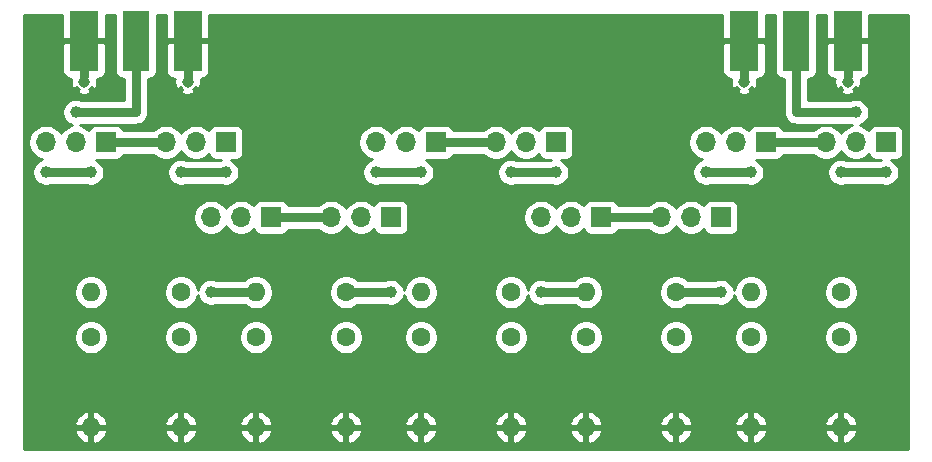
<source format=gbr>
G04 #@! TF.GenerationSoftware,KiCad,Pcbnew,(5.1.5-0)*
G04 #@! TF.CreationDate,2020-04-02T18:54:49-07:00*
G04 #@! TF.ProjectId,Attenuator,41747465-6e75-4617-946f-722e6b696361,rev?*
G04 #@! TF.SameCoordinates,Original*
G04 #@! TF.FileFunction,Copper,L1,Top*
G04 #@! TF.FilePolarity,Positive*
%FSLAX46Y46*%
G04 Gerber Fmt 4.6, Leading zero omitted, Abs format (unit mm)*
G04 Created by KiCad (PCBNEW (5.1.5-0)) date 2020-04-02 18:54:49*
%MOMM*%
%LPD*%
G04 APERTURE LIST*
%ADD10C,1.600000*%
%ADD11O,1.600000X1.600000*%
%ADD12R,2.290000X5.080000*%
%ADD13R,2.420000X5.080000*%
%ADD14C,0.970000*%
%ADD15R,0.460000X0.950000*%
%ADD16R,1.700000X1.700000*%
%ADD17O,1.700000X1.700000*%
%ADD18C,1.000000*%
%ADD19C,0.800000*%
%ADD20C,0.254000*%
G04 APERTURE END LIST*
D10*
X149860000Y-78740000D03*
D11*
X149860000Y-86360000D03*
D12*
X90170000Y-53652000D03*
D13*
X94550000Y-53652000D03*
X85790000Y-53652000D03*
D14*
X94550000Y-57092000D03*
X85790000Y-57092000D03*
D15*
X94550000Y-56642000D03*
X85790000Y-56642000D03*
X141670000Y-56642000D03*
X150430000Y-56642000D03*
D14*
X141670000Y-57092000D03*
X150430000Y-57092000D03*
D13*
X141670000Y-53652000D03*
X150430000Y-53652000D03*
D12*
X146050000Y-53652000D03*
D10*
X86360000Y-78740000D03*
D11*
X86360000Y-86360000D03*
D10*
X93980000Y-74930000D03*
D11*
X86360000Y-74930000D03*
X93980000Y-86360000D03*
D10*
X93980000Y-78740000D03*
D11*
X100330000Y-86360000D03*
D10*
X100330000Y-78740000D03*
D11*
X100330000Y-74930000D03*
D10*
X107950000Y-74930000D03*
X107950000Y-78740000D03*
D11*
X107950000Y-86360000D03*
D10*
X114300000Y-78740000D03*
D11*
X114300000Y-86360000D03*
D10*
X121920000Y-74930000D03*
D11*
X114300000Y-74930000D03*
X121920000Y-86360000D03*
D10*
X121920000Y-78740000D03*
D11*
X128270000Y-86360000D03*
D10*
X128270000Y-78740000D03*
D11*
X128270000Y-74930000D03*
D10*
X135890000Y-74930000D03*
X135890000Y-78740000D03*
D11*
X135890000Y-86360000D03*
D10*
X142240000Y-78740000D03*
D11*
X142240000Y-86360000D03*
X142240000Y-74930000D03*
D10*
X149860000Y-74930000D03*
D16*
X87630000Y-62230000D03*
D17*
X85090000Y-62230000D03*
X82550000Y-62230000D03*
D16*
X97790000Y-62230000D03*
D17*
X95250000Y-62230000D03*
X92710000Y-62230000D03*
X96520000Y-68580000D03*
X99060000Y-68580000D03*
D16*
X101600000Y-68580000D03*
X111760000Y-68580000D03*
D17*
X109220000Y-68580000D03*
X106680000Y-68580000D03*
X110490000Y-62230000D03*
X113030000Y-62230000D03*
D16*
X115570000Y-62230000D03*
X125730000Y-62230000D03*
D17*
X123190000Y-62230000D03*
X120650000Y-62230000D03*
X124460000Y-68580000D03*
X127000000Y-68580000D03*
D16*
X129540000Y-68580000D03*
X139700000Y-68580000D03*
D17*
X137160000Y-68580000D03*
X134620000Y-68580000D03*
X148590000Y-62230000D03*
X151130000Y-62230000D03*
D16*
X153670000Y-62230000D03*
X143510000Y-62230000D03*
D17*
X140970000Y-62230000D03*
X138430000Y-62230000D03*
D18*
X85090000Y-59690000D03*
X93980000Y-64770000D03*
X97790000Y-64770000D03*
X111760000Y-74930000D03*
X125730000Y-64770000D03*
X121920000Y-64770000D03*
X138430000Y-64770000D03*
X142240000Y-64770000D03*
X82550000Y-64770000D03*
X86360000Y-64770000D03*
X96520000Y-74930000D03*
X110490000Y-64770000D03*
X114300000Y-64770000D03*
X124460000Y-74930000D03*
X139700000Y-74930000D03*
X153670000Y-64770000D03*
X149860000Y-64770000D03*
X151130000Y-59690000D03*
D19*
X90170000Y-59690000D02*
X85090000Y-59690000D01*
X90170000Y-53652000D02*
X90170000Y-59690000D01*
X92710000Y-62230000D02*
X87630000Y-62230000D01*
X93980000Y-64770000D02*
X97790000Y-64770000D01*
X101600000Y-68580000D02*
X106680000Y-68580000D01*
X107950000Y-74930000D02*
X111760000Y-74930000D01*
X115570000Y-62230000D02*
X120650000Y-62230000D01*
X125730000Y-64770000D02*
X121920000Y-64770000D01*
X129540000Y-68580000D02*
X134620000Y-68580000D01*
X138430000Y-64770000D02*
X142240000Y-64770000D01*
X143510000Y-62230000D02*
X148590000Y-62230000D01*
X150430000Y-56642000D02*
X150430000Y-53652000D01*
X141670000Y-57092000D02*
X141670000Y-53652000D01*
X94550000Y-57092000D02*
X94550000Y-53652000D01*
X85790000Y-56642000D02*
X85790000Y-53652000D01*
X82550000Y-64770000D02*
X86360000Y-64770000D01*
X96520000Y-74930000D02*
X100330000Y-74930000D01*
X110490000Y-64770000D02*
X114300000Y-64770000D01*
X124460000Y-74930000D02*
X128270000Y-74930000D01*
X139700000Y-74930000D02*
X135890000Y-74930000D01*
X153670000Y-64770000D02*
X149860000Y-64770000D01*
X146050000Y-59690000D02*
X151130000Y-59690000D01*
X146050000Y-53652000D02*
X146050000Y-59690000D01*
D20*
G36*
X83945000Y-53366250D02*
G01*
X84103750Y-53525000D01*
X85663000Y-53525000D01*
X85663000Y-53505000D01*
X85917000Y-53505000D01*
X85917000Y-53525000D01*
X87476250Y-53525000D01*
X87635000Y-53366250D01*
X87637598Y-51460000D01*
X88386928Y-51460000D01*
X88386928Y-56192000D01*
X88399188Y-56316482D01*
X88435498Y-56436180D01*
X88494463Y-56546494D01*
X88573815Y-56643185D01*
X88670506Y-56722537D01*
X88780820Y-56781502D01*
X88900518Y-56817812D01*
X89025000Y-56830072D01*
X89135001Y-56830072D01*
X89135001Y-58655000D01*
X85557187Y-58655000D01*
X85421067Y-58598617D01*
X85201788Y-58555000D01*
X84978212Y-58555000D01*
X84758933Y-58598617D01*
X84552376Y-58684176D01*
X84366480Y-58808388D01*
X84208388Y-58966480D01*
X84084176Y-59152376D01*
X83998617Y-59358933D01*
X83955000Y-59578212D01*
X83955000Y-59801788D01*
X83998617Y-60021067D01*
X84084176Y-60227624D01*
X84208388Y-60413520D01*
X84366480Y-60571612D01*
X84552376Y-60695824D01*
X84758933Y-60781383D01*
X84759882Y-60781572D01*
X84656842Y-60802068D01*
X84386589Y-60914010D01*
X84143368Y-61076525D01*
X83936525Y-61283368D01*
X83820000Y-61457760D01*
X83703475Y-61283368D01*
X83496632Y-61076525D01*
X83253411Y-60914010D01*
X82983158Y-60802068D01*
X82696260Y-60745000D01*
X82403740Y-60745000D01*
X82116842Y-60802068D01*
X81846589Y-60914010D01*
X81603368Y-61076525D01*
X81396525Y-61283368D01*
X81234010Y-61526589D01*
X81122068Y-61796842D01*
X81065000Y-62083740D01*
X81065000Y-62376260D01*
X81122068Y-62663158D01*
X81234010Y-62933411D01*
X81396525Y-63176632D01*
X81603368Y-63383475D01*
X81846589Y-63545990D01*
X82116842Y-63657932D01*
X82219882Y-63678428D01*
X82218933Y-63678617D01*
X82012376Y-63764176D01*
X81826480Y-63888388D01*
X81668388Y-64046480D01*
X81544176Y-64232376D01*
X81458617Y-64438933D01*
X81415000Y-64658212D01*
X81415000Y-64881788D01*
X81458617Y-65101067D01*
X81544176Y-65307624D01*
X81668388Y-65493520D01*
X81826480Y-65651612D01*
X82012376Y-65775824D01*
X82218933Y-65861383D01*
X82438212Y-65905000D01*
X82661788Y-65905000D01*
X82881067Y-65861383D01*
X83017187Y-65805000D01*
X85892813Y-65805000D01*
X86028933Y-65861383D01*
X86248212Y-65905000D01*
X86471788Y-65905000D01*
X86691067Y-65861383D01*
X86897624Y-65775824D01*
X87083520Y-65651612D01*
X87241612Y-65493520D01*
X87365824Y-65307624D01*
X87451383Y-65101067D01*
X87495000Y-64881788D01*
X87495000Y-64658212D01*
X87451383Y-64438933D01*
X87365824Y-64232376D01*
X87241612Y-64046480D01*
X87083520Y-63888388D01*
X86897624Y-63764176D01*
X86786319Y-63718072D01*
X88480000Y-63718072D01*
X88604482Y-63705812D01*
X88724180Y-63669502D01*
X88834494Y-63610537D01*
X88931185Y-63531185D01*
X89010537Y-63434494D01*
X89069502Y-63324180D01*
X89087454Y-63265000D01*
X91644893Y-63265000D01*
X91763368Y-63383475D01*
X92006589Y-63545990D01*
X92276842Y-63657932D01*
X92563740Y-63715000D01*
X92856260Y-63715000D01*
X93143158Y-63657932D01*
X93413411Y-63545990D01*
X93656632Y-63383475D01*
X93863475Y-63176632D01*
X93980000Y-63002240D01*
X94096525Y-63176632D01*
X94303368Y-63383475D01*
X94546589Y-63545990D01*
X94816842Y-63657932D01*
X95103740Y-63715000D01*
X95396260Y-63715000D01*
X95683158Y-63657932D01*
X95953411Y-63545990D01*
X96196632Y-63383475D01*
X96328487Y-63251620D01*
X96350498Y-63324180D01*
X96409463Y-63434494D01*
X96488815Y-63531185D01*
X96585506Y-63610537D01*
X96695820Y-63669502D01*
X96815518Y-63705812D01*
X96940000Y-63718072D01*
X97363681Y-63718072D01*
X97322813Y-63735000D01*
X94447187Y-63735000D01*
X94311067Y-63678617D01*
X94091788Y-63635000D01*
X93868212Y-63635000D01*
X93648933Y-63678617D01*
X93442376Y-63764176D01*
X93256480Y-63888388D01*
X93098388Y-64046480D01*
X92974176Y-64232376D01*
X92888617Y-64438933D01*
X92845000Y-64658212D01*
X92845000Y-64881788D01*
X92888617Y-65101067D01*
X92974176Y-65307624D01*
X93098388Y-65493520D01*
X93256480Y-65651612D01*
X93442376Y-65775824D01*
X93648933Y-65861383D01*
X93868212Y-65905000D01*
X94091788Y-65905000D01*
X94311067Y-65861383D01*
X94447187Y-65805000D01*
X97322813Y-65805000D01*
X97458933Y-65861383D01*
X97678212Y-65905000D01*
X97901788Y-65905000D01*
X98121067Y-65861383D01*
X98327624Y-65775824D01*
X98513520Y-65651612D01*
X98671612Y-65493520D01*
X98795824Y-65307624D01*
X98881383Y-65101067D01*
X98925000Y-64881788D01*
X98925000Y-64658212D01*
X98881383Y-64438933D01*
X98795824Y-64232376D01*
X98671612Y-64046480D01*
X98513520Y-63888388D01*
X98327624Y-63764176D01*
X98216319Y-63718072D01*
X98640000Y-63718072D01*
X98764482Y-63705812D01*
X98884180Y-63669502D01*
X98994494Y-63610537D01*
X99091185Y-63531185D01*
X99170537Y-63434494D01*
X99229502Y-63324180D01*
X99265812Y-63204482D01*
X99278072Y-63080000D01*
X99278072Y-62083740D01*
X109005000Y-62083740D01*
X109005000Y-62376260D01*
X109062068Y-62663158D01*
X109174010Y-62933411D01*
X109336525Y-63176632D01*
X109543368Y-63383475D01*
X109786589Y-63545990D01*
X110056842Y-63657932D01*
X110159882Y-63678428D01*
X110158933Y-63678617D01*
X109952376Y-63764176D01*
X109766480Y-63888388D01*
X109608388Y-64046480D01*
X109484176Y-64232376D01*
X109398617Y-64438933D01*
X109355000Y-64658212D01*
X109355000Y-64881788D01*
X109398617Y-65101067D01*
X109484176Y-65307624D01*
X109608388Y-65493520D01*
X109766480Y-65651612D01*
X109952376Y-65775824D01*
X110158933Y-65861383D01*
X110378212Y-65905000D01*
X110601788Y-65905000D01*
X110821067Y-65861383D01*
X110957187Y-65805000D01*
X113832813Y-65805000D01*
X113968933Y-65861383D01*
X114188212Y-65905000D01*
X114411788Y-65905000D01*
X114631067Y-65861383D01*
X114837624Y-65775824D01*
X115023520Y-65651612D01*
X115181612Y-65493520D01*
X115305824Y-65307624D01*
X115391383Y-65101067D01*
X115435000Y-64881788D01*
X115435000Y-64658212D01*
X115391383Y-64438933D01*
X115305824Y-64232376D01*
X115181612Y-64046480D01*
X115023520Y-63888388D01*
X114837624Y-63764176D01*
X114726319Y-63718072D01*
X116420000Y-63718072D01*
X116544482Y-63705812D01*
X116664180Y-63669502D01*
X116774494Y-63610537D01*
X116871185Y-63531185D01*
X116950537Y-63434494D01*
X117009502Y-63324180D01*
X117027454Y-63265000D01*
X119584893Y-63265000D01*
X119703368Y-63383475D01*
X119946589Y-63545990D01*
X120216842Y-63657932D01*
X120503740Y-63715000D01*
X120796260Y-63715000D01*
X121083158Y-63657932D01*
X121353411Y-63545990D01*
X121596632Y-63383475D01*
X121803475Y-63176632D01*
X121920000Y-63002240D01*
X122036525Y-63176632D01*
X122243368Y-63383475D01*
X122486589Y-63545990D01*
X122756842Y-63657932D01*
X123043740Y-63715000D01*
X123336260Y-63715000D01*
X123623158Y-63657932D01*
X123893411Y-63545990D01*
X124136632Y-63383475D01*
X124268487Y-63251620D01*
X124290498Y-63324180D01*
X124349463Y-63434494D01*
X124428815Y-63531185D01*
X124525506Y-63610537D01*
X124635820Y-63669502D01*
X124755518Y-63705812D01*
X124880000Y-63718072D01*
X125303681Y-63718072D01*
X125262813Y-63735000D01*
X122387187Y-63735000D01*
X122251067Y-63678617D01*
X122031788Y-63635000D01*
X121808212Y-63635000D01*
X121588933Y-63678617D01*
X121382376Y-63764176D01*
X121196480Y-63888388D01*
X121038388Y-64046480D01*
X120914176Y-64232376D01*
X120828617Y-64438933D01*
X120785000Y-64658212D01*
X120785000Y-64881788D01*
X120828617Y-65101067D01*
X120914176Y-65307624D01*
X121038388Y-65493520D01*
X121196480Y-65651612D01*
X121382376Y-65775824D01*
X121588933Y-65861383D01*
X121808212Y-65905000D01*
X122031788Y-65905000D01*
X122251067Y-65861383D01*
X122387187Y-65805000D01*
X125262813Y-65805000D01*
X125398933Y-65861383D01*
X125618212Y-65905000D01*
X125841788Y-65905000D01*
X126061067Y-65861383D01*
X126267624Y-65775824D01*
X126453520Y-65651612D01*
X126611612Y-65493520D01*
X126735824Y-65307624D01*
X126821383Y-65101067D01*
X126865000Y-64881788D01*
X126865000Y-64658212D01*
X126821383Y-64438933D01*
X126735824Y-64232376D01*
X126611612Y-64046480D01*
X126453520Y-63888388D01*
X126267624Y-63764176D01*
X126156319Y-63718072D01*
X126580000Y-63718072D01*
X126704482Y-63705812D01*
X126824180Y-63669502D01*
X126934494Y-63610537D01*
X127031185Y-63531185D01*
X127110537Y-63434494D01*
X127169502Y-63324180D01*
X127205812Y-63204482D01*
X127218072Y-63080000D01*
X127218072Y-61380000D01*
X127205812Y-61255518D01*
X127169502Y-61135820D01*
X127110537Y-61025506D01*
X127031185Y-60928815D01*
X126934494Y-60849463D01*
X126824180Y-60790498D01*
X126704482Y-60754188D01*
X126580000Y-60741928D01*
X124880000Y-60741928D01*
X124755518Y-60754188D01*
X124635820Y-60790498D01*
X124525506Y-60849463D01*
X124428815Y-60928815D01*
X124349463Y-61025506D01*
X124290498Y-61135820D01*
X124268487Y-61208380D01*
X124136632Y-61076525D01*
X123893411Y-60914010D01*
X123623158Y-60802068D01*
X123336260Y-60745000D01*
X123043740Y-60745000D01*
X122756842Y-60802068D01*
X122486589Y-60914010D01*
X122243368Y-61076525D01*
X122036525Y-61283368D01*
X121920000Y-61457760D01*
X121803475Y-61283368D01*
X121596632Y-61076525D01*
X121353411Y-60914010D01*
X121083158Y-60802068D01*
X120796260Y-60745000D01*
X120503740Y-60745000D01*
X120216842Y-60802068D01*
X119946589Y-60914010D01*
X119703368Y-61076525D01*
X119584893Y-61195000D01*
X117027454Y-61195000D01*
X117009502Y-61135820D01*
X116950537Y-61025506D01*
X116871185Y-60928815D01*
X116774494Y-60849463D01*
X116664180Y-60790498D01*
X116544482Y-60754188D01*
X116420000Y-60741928D01*
X114720000Y-60741928D01*
X114595518Y-60754188D01*
X114475820Y-60790498D01*
X114365506Y-60849463D01*
X114268815Y-60928815D01*
X114189463Y-61025506D01*
X114130498Y-61135820D01*
X114108487Y-61208380D01*
X113976632Y-61076525D01*
X113733411Y-60914010D01*
X113463158Y-60802068D01*
X113176260Y-60745000D01*
X112883740Y-60745000D01*
X112596842Y-60802068D01*
X112326589Y-60914010D01*
X112083368Y-61076525D01*
X111876525Y-61283368D01*
X111760000Y-61457760D01*
X111643475Y-61283368D01*
X111436632Y-61076525D01*
X111193411Y-60914010D01*
X110923158Y-60802068D01*
X110636260Y-60745000D01*
X110343740Y-60745000D01*
X110056842Y-60802068D01*
X109786589Y-60914010D01*
X109543368Y-61076525D01*
X109336525Y-61283368D01*
X109174010Y-61526589D01*
X109062068Y-61796842D01*
X109005000Y-62083740D01*
X99278072Y-62083740D01*
X99278072Y-61380000D01*
X99265812Y-61255518D01*
X99229502Y-61135820D01*
X99170537Y-61025506D01*
X99091185Y-60928815D01*
X98994494Y-60849463D01*
X98884180Y-60790498D01*
X98764482Y-60754188D01*
X98640000Y-60741928D01*
X96940000Y-60741928D01*
X96815518Y-60754188D01*
X96695820Y-60790498D01*
X96585506Y-60849463D01*
X96488815Y-60928815D01*
X96409463Y-61025506D01*
X96350498Y-61135820D01*
X96328487Y-61208380D01*
X96196632Y-61076525D01*
X95953411Y-60914010D01*
X95683158Y-60802068D01*
X95396260Y-60745000D01*
X95103740Y-60745000D01*
X94816842Y-60802068D01*
X94546589Y-60914010D01*
X94303368Y-61076525D01*
X94096525Y-61283368D01*
X93980000Y-61457760D01*
X93863475Y-61283368D01*
X93656632Y-61076525D01*
X93413411Y-60914010D01*
X93143158Y-60802068D01*
X92856260Y-60745000D01*
X92563740Y-60745000D01*
X92276842Y-60802068D01*
X92006589Y-60914010D01*
X91763368Y-61076525D01*
X91644893Y-61195000D01*
X89087454Y-61195000D01*
X89069502Y-61135820D01*
X89010537Y-61025506D01*
X88931185Y-60928815D01*
X88834494Y-60849463D01*
X88724180Y-60790498D01*
X88604482Y-60754188D01*
X88480000Y-60741928D01*
X86780000Y-60741928D01*
X86655518Y-60754188D01*
X86535820Y-60790498D01*
X86425506Y-60849463D01*
X86328815Y-60928815D01*
X86249463Y-61025506D01*
X86190498Y-61135820D01*
X86168487Y-61208380D01*
X86036632Y-61076525D01*
X85793411Y-60914010D01*
X85523158Y-60802068D01*
X85420118Y-60781572D01*
X85421067Y-60781383D01*
X85557187Y-60725000D01*
X90119162Y-60725000D01*
X90170000Y-60730007D01*
X90372895Y-60710024D01*
X90567993Y-60650841D01*
X90747797Y-60554734D01*
X90905396Y-60425396D01*
X91034734Y-60267797D01*
X91130841Y-60087993D01*
X91190024Y-59892895D01*
X91205000Y-59740838D01*
X91210007Y-59690000D01*
X91205000Y-59639162D01*
X91205000Y-56830072D01*
X91315000Y-56830072D01*
X91439482Y-56817812D01*
X91559180Y-56781502D01*
X91669494Y-56722537D01*
X91766185Y-56643185D01*
X91845537Y-56546494D01*
X91904502Y-56436180D01*
X91940812Y-56316482D01*
X91953072Y-56192000D01*
X92701928Y-56192000D01*
X92714188Y-56316482D01*
X92750498Y-56436180D01*
X92809463Y-56546494D01*
X92888815Y-56643185D01*
X92985506Y-56722537D01*
X93095820Y-56781502D01*
X93215518Y-56817812D01*
X93340000Y-56830072D01*
X93461014Y-56829670D01*
X93433019Y-56954445D01*
X93427645Y-57175001D01*
X93465404Y-57392367D01*
X93544842Y-57598189D01*
X93570684Y-57646534D01*
X93782584Y-57679811D01*
X93883305Y-57579090D01*
X93954952Y-57640331D01*
X94064063Y-57701493D01*
X94106353Y-57715252D01*
X93962189Y-57859416D01*
X93995466Y-58071316D01*
X94197176Y-58160683D01*
X94412445Y-58208981D01*
X94633001Y-58214355D01*
X94850367Y-58176596D01*
X95056189Y-58097158D01*
X95104534Y-58071316D01*
X95137811Y-57859416D01*
X94993647Y-57715252D01*
X95035937Y-57701493D01*
X95145048Y-57640331D01*
X95216695Y-57579090D01*
X95317416Y-57679811D01*
X95529316Y-57646534D01*
X95618683Y-57444824D01*
X95666981Y-57229555D01*
X95672355Y-57008999D01*
X95641205Y-56829677D01*
X95760000Y-56830072D01*
X95884482Y-56817812D01*
X96004180Y-56781502D01*
X96114494Y-56722537D01*
X96211185Y-56643185D01*
X96290537Y-56546494D01*
X96349502Y-56436180D01*
X96385812Y-56316482D01*
X96398072Y-56192000D01*
X139821928Y-56192000D01*
X139834188Y-56316482D01*
X139870498Y-56436180D01*
X139929463Y-56546494D01*
X140008815Y-56643185D01*
X140105506Y-56722537D01*
X140215820Y-56781502D01*
X140335518Y-56817812D01*
X140460000Y-56830072D01*
X140581014Y-56829670D01*
X140553019Y-56954445D01*
X140547645Y-57175001D01*
X140585404Y-57392367D01*
X140664842Y-57598189D01*
X140690684Y-57646534D01*
X140902584Y-57679811D01*
X141003305Y-57579090D01*
X141074952Y-57640331D01*
X141184063Y-57701493D01*
X141226353Y-57715252D01*
X141082189Y-57859416D01*
X141115466Y-58071316D01*
X141317176Y-58160683D01*
X141532445Y-58208981D01*
X141753001Y-58214355D01*
X141970367Y-58176596D01*
X142176189Y-58097158D01*
X142224534Y-58071316D01*
X142257811Y-57859416D01*
X142113647Y-57715252D01*
X142155937Y-57701493D01*
X142265048Y-57640331D01*
X142336695Y-57579090D01*
X142437416Y-57679811D01*
X142649316Y-57646534D01*
X142738683Y-57444824D01*
X142786981Y-57229555D01*
X142792355Y-57008999D01*
X142761205Y-56829677D01*
X142880000Y-56830072D01*
X143004482Y-56817812D01*
X143124180Y-56781502D01*
X143234494Y-56722537D01*
X143331185Y-56643185D01*
X143410537Y-56546494D01*
X143469502Y-56436180D01*
X143505812Y-56316482D01*
X143518072Y-56192000D01*
X143515000Y-53937750D01*
X143356250Y-53779000D01*
X141797000Y-53779000D01*
X141797000Y-53799000D01*
X141543000Y-53799000D01*
X141543000Y-53779000D01*
X139983750Y-53779000D01*
X139825000Y-53937750D01*
X139821928Y-56192000D01*
X96398072Y-56192000D01*
X96395000Y-53937750D01*
X96236250Y-53779000D01*
X94677000Y-53779000D01*
X94677000Y-53799000D01*
X94423000Y-53799000D01*
X94423000Y-53779000D01*
X92863750Y-53779000D01*
X92705000Y-53937750D01*
X92701928Y-56192000D01*
X91953072Y-56192000D01*
X91953072Y-51460000D01*
X92702402Y-51460000D01*
X92705000Y-53366250D01*
X92863750Y-53525000D01*
X94423000Y-53525000D01*
X94423000Y-53505000D01*
X94677000Y-53505000D01*
X94677000Y-53525000D01*
X96236250Y-53525000D01*
X96395000Y-53366250D01*
X96397598Y-51460000D01*
X139822402Y-51460000D01*
X139825000Y-53366250D01*
X139983750Y-53525000D01*
X141543000Y-53525000D01*
X141543000Y-53505000D01*
X141797000Y-53505000D01*
X141797000Y-53525000D01*
X143356250Y-53525000D01*
X143515000Y-53366250D01*
X143517598Y-51460000D01*
X144266928Y-51460000D01*
X144266928Y-56192000D01*
X144279188Y-56316482D01*
X144315498Y-56436180D01*
X144374463Y-56546494D01*
X144453815Y-56643185D01*
X144550506Y-56722537D01*
X144660820Y-56781502D01*
X144780518Y-56817812D01*
X144905000Y-56830072D01*
X145015001Y-56830072D01*
X145015001Y-59639152D01*
X145009993Y-59690000D01*
X145029976Y-59892895D01*
X145089159Y-60087993D01*
X145185266Y-60267797D01*
X145314604Y-60425396D01*
X145472203Y-60554734D01*
X145652007Y-60650841D01*
X145847105Y-60710024D01*
X145999162Y-60725000D01*
X146050000Y-60730007D01*
X146100838Y-60725000D01*
X150662813Y-60725000D01*
X150798933Y-60781383D01*
X150799882Y-60781572D01*
X150696842Y-60802068D01*
X150426589Y-60914010D01*
X150183368Y-61076525D01*
X149976525Y-61283368D01*
X149860000Y-61457760D01*
X149743475Y-61283368D01*
X149536632Y-61076525D01*
X149293411Y-60914010D01*
X149023158Y-60802068D01*
X148736260Y-60745000D01*
X148443740Y-60745000D01*
X148156842Y-60802068D01*
X147886589Y-60914010D01*
X147643368Y-61076525D01*
X147524893Y-61195000D01*
X144967454Y-61195000D01*
X144949502Y-61135820D01*
X144890537Y-61025506D01*
X144811185Y-60928815D01*
X144714494Y-60849463D01*
X144604180Y-60790498D01*
X144484482Y-60754188D01*
X144360000Y-60741928D01*
X142660000Y-60741928D01*
X142535518Y-60754188D01*
X142415820Y-60790498D01*
X142305506Y-60849463D01*
X142208815Y-60928815D01*
X142129463Y-61025506D01*
X142070498Y-61135820D01*
X142048487Y-61208380D01*
X141916632Y-61076525D01*
X141673411Y-60914010D01*
X141403158Y-60802068D01*
X141116260Y-60745000D01*
X140823740Y-60745000D01*
X140536842Y-60802068D01*
X140266589Y-60914010D01*
X140023368Y-61076525D01*
X139816525Y-61283368D01*
X139700000Y-61457760D01*
X139583475Y-61283368D01*
X139376632Y-61076525D01*
X139133411Y-60914010D01*
X138863158Y-60802068D01*
X138576260Y-60745000D01*
X138283740Y-60745000D01*
X137996842Y-60802068D01*
X137726589Y-60914010D01*
X137483368Y-61076525D01*
X137276525Y-61283368D01*
X137114010Y-61526589D01*
X137002068Y-61796842D01*
X136945000Y-62083740D01*
X136945000Y-62376260D01*
X137002068Y-62663158D01*
X137114010Y-62933411D01*
X137276525Y-63176632D01*
X137483368Y-63383475D01*
X137726589Y-63545990D01*
X137996842Y-63657932D01*
X138099882Y-63678428D01*
X138098933Y-63678617D01*
X137892376Y-63764176D01*
X137706480Y-63888388D01*
X137548388Y-64046480D01*
X137424176Y-64232376D01*
X137338617Y-64438933D01*
X137295000Y-64658212D01*
X137295000Y-64881788D01*
X137338617Y-65101067D01*
X137424176Y-65307624D01*
X137548388Y-65493520D01*
X137706480Y-65651612D01*
X137892376Y-65775824D01*
X138098933Y-65861383D01*
X138318212Y-65905000D01*
X138541788Y-65905000D01*
X138761067Y-65861383D01*
X138897187Y-65805000D01*
X141772813Y-65805000D01*
X141908933Y-65861383D01*
X142128212Y-65905000D01*
X142351788Y-65905000D01*
X142571067Y-65861383D01*
X142777624Y-65775824D01*
X142963520Y-65651612D01*
X143121612Y-65493520D01*
X143245824Y-65307624D01*
X143331383Y-65101067D01*
X143375000Y-64881788D01*
X143375000Y-64658212D01*
X143331383Y-64438933D01*
X143245824Y-64232376D01*
X143121612Y-64046480D01*
X142963520Y-63888388D01*
X142777624Y-63764176D01*
X142666319Y-63718072D01*
X144360000Y-63718072D01*
X144484482Y-63705812D01*
X144604180Y-63669502D01*
X144714494Y-63610537D01*
X144811185Y-63531185D01*
X144890537Y-63434494D01*
X144949502Y-63324180D01*
X144967454Y-63265000D01*
X147524893Y-63265000D01*
X147643368Y-63383475D01*
X147886589Y-63545990D01*
X148156842Y-63657932D01*
X148443740Y-63715000D01*
X148736260Y-63715000D01*
X149023158Y-63657932D01*
X149293411Y-63545990D01*
X149536632Y-63383475D01*
X149743475Y-63176632D01*
X149860000Y-63002240D01*
X149976525Y-63176632D01*
X150183368Y-63383475D01*
X150426589Y-63545990D01*
X150696842Y-63657932D01*
X150983740Y-63715000D01*
X151276260Y-63715000D01*
X151563158Y-63657932D01*
X151833411Y-63545990D01*
X152076632Y-63383475D01*
X152208487Y-63251620D01*
X152230498Y-63324180D01*
X152289463Y-63434494D01*
X152368815Y-63531185D01*
X152465506Y-63610537D01*
X152575820Y-63669502D01*
X152695518Y-63705812D01*
X152820000Y-63718072D01*
X153243681Y-63718072D01*
X153202813Y-63735000D01*
X150327187Y-63735000D01*
X150191067Y-63678617D01*
X149971788Y-63635000D01*
X149748212Y-63635000D01*
X149528933Y-63678617D01*
X149322376Y-63764176D01*
X149136480Y-63888388D01*
X148978388Y-64046480D01*
X148854176Y-64232376D01*
X148768617Y-64438933D01*
X148725000Y-64658212D01*
X148725000Y-64881788D01*
X148768617Y-65101067D01*
X148854176Y-65307624D01*
X148978388Y-65493520D01*
X149136480Y-65651612D01*
X149322376Y-65775824D01*
X149528933Y-65861383D01*
X149748212Y-65905000D01*
X149971788Y-65905000D01*
X150191067Y-65861383D01*
X150327187Y-65805000D01*
X153202813Y-65805000D01*
X153338933Y-65861383D01*
X153558212Y-65905000D01*
X153781788Y-65905000D01*
X154001067Y-65861383D01*
X154207624Y-65775824D01*
X154393520Y-65651612D01*
X154551612Y-65493520D01*
X154675824Y-65307624D01*
X154761383Y-65101067D01*
X154805000Y-64881788D01*
X154805000Y-64658212D01*
X154761383Y-64438933D01*
X154675824Y-64232376D01*
X154551612Y-64046480D01*
X154393520Y-63888388D01*
X154207624Y-63764176D01*
X154096319Y-63718072D01*
X154520000Y-63718072D01*
X154644482Y-63705812D01*
X154764180Y-63669502D01*
X154874494Y-63610537D01*
X154971185Y-63531185D01*
X155050537Y-63434494D01*
X155109502Y-63324180D01*
X155145812Y-63204482D01*
X155158072Y-63080000D01*
X155158072Y-61380000D01*
X155145812Y-61255518D01*
X155109502Y-61135820D01*
X155050537Y-61025506D01*
X154971185Y-60928815D01*
X154874494Y-60849463D01*
X154764180Y-60790498D01*
X154644482Y-60754188D01*
X154520000Y-60741928D01*
X152820000Y-60741928D01*
X152695518Y-60754188D01*
X152575820Y-60790498D01*
X152465506Y-60849463D01*
X152368815Y-60928815D01*
X152289463Y-61025506D01*
X152230498Y-61135820D01*
X152208487Y-61208380D01*
X152076632Y-61076525D01*
X151833411Y-60914010D01*
X151563158Y-60802068D01*
X151460118Y-60781572D01*
X151461067Y-60781383D01*
X151667624Y-60695824D01*
X151853520Y-60571612D01*
X152011612Y-60413520D01*
X152135824Y-60227624D01*
X152221383Y-60021067D01*
X152265000Y-59801788D01*
X152265000Y-59578212D01*
X152221383Y-59358933D01*
X152135824Y-59152376D01*
X152011612Y-58966480D01*
X151853520Y-58808388D01*
X151667624Y-58684176D01*
X151461067Y-58598617D01*
X151241788Y-58555000D01*
X151018212Y-58555000D01*
X150798933Y-58598617D01*
X150662813Y-58655000D01*
X147085000Y-58655000D01*
X147085000Y-56830072D01*
X147195000Y-56830072D01*
X147319482Y-56817812D01*
X147439180Y-56781502D01*
X147549494Y-56722537D01*
X147646185Y-56643185D01*
X147725537Y-56546494D01*
X147784502Y-56436180D01*
X147820812Y-56316482D01*
X147833072Y-56192000D01*
X148581928Y-56192000D01*
X148594188Y-56316482D01*
X148630498Y-56436180D01*
X148689463Y-56546494D01*
X148768815Y-56643185D01*
X148865506Y-56722537D01*
X148975820Y-56781502D01*
X149095518Y-56817812D01*
X149220000Y-56830072D01*
X149341014Y-56829670D01*
X149313019Y-56954445D01*
X149307645Y-57175001D01*
X149345404Y-57392367D01*
X149424842Y-57598189D01*
X149450684Y-57646534D01*
X149662584Y-57679811D01*
X149763305Y-57579090D01*
X149834952Y-57640331D01*
X149944063Y-57701493D01*
X149986353Y-57715252D01*
X149842189Y-57859416D01*
X149875466Y-58071316D01*
X150077176Y-58160683D01*
X150292445Y-58208981D01*
X150513001Y-58214355D01*
X150730367Y-58176596D01*
X150936189Y-58097158D01*
X150984534Y-58071316D01*
X151017811Y-57859416D01*
X150873647Y-57715252D01*
X150915937Y-57701493D01*
X151025048Y-57640331D01*
X151096695Y-57579090D01*
X151197416Y-57679811D01*
X151409316Y-57646534D01*
X151498683Y-57444824D01*
X151546981Y-57229555D01*
X151552355Y-57008999D01*
X151521205Y-56829677D01*
X151640000Y-56830072D01*
X151764482Y-56817812D01*
X151884180Y-56781502D01*
X151994494Y-56722537D01*
X152091185Y-56643185D01*
X152170537Y-56546494D01*
X152229502Y-56436180D01*
X152265812Y-56316482D01*
X152278072Y-56192000D01*
X152275000Y-53937750D01*
X152116250Y-53779000D01*
X150557000Y-53779000D01*
X150557000Y-53799000D01*
X150303000Y-53799000D01*
X150303000Y-53779000D01*
X148743750Y-53779000D01*
X148585000Y-53937750D01*
X148581928Y-56192000D01*
X147833072Y-56192000D01*
X147833072Y-51460000D01*
X148582402Y-51460000D01*
X148585000Y-53366250D01*
X148743750Y-53525000D01*
X150303000Y-53525000D01*
X150303000Y-53505000D01*
X150557000Y-53505000D01*
X150557000Y-53525000D01*
X152116250Y-53525000D01*
X152275000Y-53366250D01*
X152277598Y-51460000D01*
X155550001Y-51460000D01*
X155550000Y-88240000D01*
X80670000Y-88240000D01*
X80670000Y-86709040D01*
X84968091Y-86709040D01*
X85062930Y-86973881D01*
X85207615Y-87215131D01*
X85396586Y-87423519D01*
X85622580Y-87591037D01*
X85876913Y-87711246D01*
X86010961Y-87751904D01*
X86233000Y-87629915D01*
X86233000Y-86487000D01*
X86487000Y-86487000D01*
X86487000Y-87629915D01*
X86709039Y-87751904D01*
X86843087Y-87711246D01*
X87097420Y-87591037D01*
X87323414Y-87423519D01*
X87512385Y-87215131D01*
X87657070Y-86973881D01*
X87751909Y-86709040D01*
X92588091Y-86709040D01*
X92682930Y-86973881D01*
X92827615Y-87215131D01*
X93016586Y-87423519D01*
X93242580Y-87591037D01*
X93496913Y-87711246D01*
X93630961Y-87751904D01*
X93853000Y-87629915D01*
X93853000Y-86487000D01*
X94107000Y-86487000D01*
X94107000Y-87629915D01*
X94329039Y-87751904D01*
X94463087Y-87711246D01*
X94717420Y-87591037D01*
X94943414Y-87423519D01*
X95132385Y-87215131D01*
X95277070Y-86973881D01*
X95371909Y-86709040D01*
X98938091Y-86709040D01*
X99032930Y-86973881D01*
X99177615Y-87215131D01*
X99366586Y-87423519D01*
X99592580Y-87591037D01*
X99846913Y-87711246D01*
X99980961Y-87751904D01*
X100203000Y-87629915D01*
X100203000Y-86487000D01*
X100457000Y-86487000D01*
X100457000Y-87629915D01*
X100679039Y-87751904D01*
X100813087Y-87711246D01*
X101067420Y-87591037D01*
X101293414Y-87423519D01*
X101482385Y-87215131D01*
X101627070Y-86973881D01*
X101721909Y-86709040D01*
X106558091Y-86709040D01*
X106652930Y-86973881D01*
X106797615Y-87215131D01*
X106986586Y-87423519D01*
X107212580Y-87591037D01*
X107466913Y-87711246D01*
X107600961Y-87751904D01*
X107823000Y-87629915D01*
X107823000Y-86487000D01*
X108077000Y-86487000D01*
X108077000Y-87629915D01*
X108299039Y-87751904D01*
X108433087Y-87711246D01*
X108687420Y-87591037D01*
X108913414Y-87423519D01*
X109102385Y-87215131D01*
X109247070Y-86973881D01*
X109341909Y-86709040D01*
X112908091Y-86709040D01*
X113002930Y-86973881D01*
X113147615Y-87215131D01*
X113336586Y-87423519D01*
X113562580Y-87591037D01*
X113816913Y-87711246D01*
X113950961Y-87751904D01*
X114173000Y-87629915D01*
X114173000Y-86487000D01*
X114427000Y-86487000D01*
X114427000Y-87629915D01*
X114649039Y-87751904D01*
X114783087Y-87711246D01*
X115037420Y-87591037D01*
X115263414Y-87423519D01*
X115452385Y-87215131D01*
X115597070Y-86973881D01*
X115691909Y-86709040D01*
X120528091Y-86709040D01*
X120622930Y-86973881D01*
X120767615Y-87215131D01*
X120956586Y-87423519D01*
X121182580Y-87591037D01*
X121436913Y-87711246D01*
X121570961Y-87751904D01*
X121793000Y-87629915D01*
X121793000Y-86487000D01*
X122047000Y-86487000D01*
X122047000Y-87629915D01*
X122269039Y-87751904D01*
X122403087Y-87711246D01*
X122657420Y-87591037D01*
X122883414Y-87423519D01*
X123072385Y-87215131D01*
X123217070Y-86973881D01*
X123311909Y-86709040D01*
X126878091Y-86709040D01*
X126972930Y-86973881D01*
X127117615Y-87215131D01*
X127306586Y-87423519D01*
X127532580Y-87591037D01*
X127786913Y-87711246D01*
X127920961Y-87751904D01*
X128143000Y-87629915D01*
X128143000Y-86487000D01*
X128397000Y-86487000D01*
X128397000Y-87629915D01*
X128619039Y-87751904D01*
X128753087Y-87711246D01*
X129007420Y-87591037D01*
X129233414Y-87423519D01*
X129422385Y-87215131D01*
X129567070Y-86973881D01*
X129661909Y-86709040D01*
X134498091Y-86709040D01*
X134592930Y-86973881D01*
X134737615Y-87215131D01*
X134926586Y-87423519D01*
X135152580Y-87591037D01*
X135406913Y-87711246D01*
X135540961Y-87751904D01*
X135763000Y-87629915D01*
X135763000Y-86487000D01*
X136017000Y-86487000D01*
X136017000Y-87629915D01*
X136239039Y-87751904D01*
X136373087Y-87711246D01*
X136627420Y-87591037D01*
X136853414Y-87423519D01*
X137042385Y-87215131D01*
X137187070Y-86973881D01*
X137281909Y-86709040D01*
X140848091Y-86709040D01*
X140942930Y-86973881D01*
X141087615Y-87215131D01*
X141276586Y-87423519D01*
X141502580Y-87591037D01*
X141756913Y-87711246D01*
X141890961Y-87751904D01*
X142113000Y-87629915D01*
X142113000Y-86487000D01*
X142367000Y-86487000D01*
X142367000Y-87629915D01*
X142589039Y-87751904D01*
X142723087Y-87711246D01*
X142977420Y-87591037D01*
X143203414Y-87423519D01*
X143392385Y-87215131D01*
X143537070Y-86973881D01*
X143631909Y-86709040D01*
X148468091Y-86709040D01*
X148562930Y-86973881D01*
X148707615Y-87215131D01*
X148896586Y-87423519D01*
X149122580Y-87591037D01*
X149376913Y-87711246D01*
X149510961Y-87751904D01*
X149733000Y-87629915D01*
X149733000Y-86487000D01*
X149987000Y-86487000D01*
X149987000Y-87629915D01*
X150209039Y-87751904D01*
X150343087Y-87711246D01*
X150597420Y-87591037D01*
X150823414Y-87423519D01*
X151012385Y-87215131D01*
X151157070Y-86973881D01*
X151251909Y-86709040D01*
X151130624Y-86487000D01*
X149987000Y-86487000D01*
X149733000Y-86487000D01*
X148589376Y-86487000D01*
X148468091Y-86709040D01*
X143631909Y-86709040D01*
X143510624Y-86487000D01*
X142367000Y-86487000D01*
X142113000Y-86487000D01*
X140969376Y-86487000D01*
X140848091Y-86709040D01*
X137281909Y-86709040D01*
X137160624Y-86487000D01*
X136017000Y-86487000D01*
X135763000Y-86487000D01*
X134619376Y-86487000D01*
X134498091Y-86709040D01*
X129661909Y-86709040D01*
X129540624Y-86487000D01*
X128397000Y-86487000D01*
X128143000Y-86487000D01*
X126999376Y-86487000D01*
X126878091Y-86709040D01*
X123311909Y-86709040D01*
X123190624Y-86487000D01*
X122047000Y-86487000D01*
X121793000Y-86487000D01*
X120649376Y-86487000D01*
X120528091Y-86709040D01*
X115691909Y-86709040D01*
X115570624Y-86487000D01*
X114427000Y-86487000D01*
X114173000Y-86487000D01*
X113029376Y-86487000D01*
X112908091Y-86709040D01*
X109341909Y-86709040D01*
X109220624Y-86487000D01*
X108077000Y-86487000D01*
X107823000Y-86487000D01*
X106679376Y-86487000D01*
X106558091Y-86709040D01*
X101721909Y-86709040D01*
X101600624Y-86487000D01*
X100457000Y-86487000D01*
X100203000Y-86487000D01*
X99059376Y-86487000D01*
X98938091Y-86709040D01*
X95371909Y-86709040D01*
X95250624Y-86487000D01*
X94107000Y-86487000D01*
X93853000Y-86487000D01*
X92709376Y-86487000D01*
X92588091Y-86709040D01*
X87751909Y-86709040D01*
X87630624Y-86487000D01*
X86487000Y-86487000D01*
X86233000Y-86487000D01*
X85089376Y-86487000D01*
X84968091Y-86709040D01*
X80670000Y-86709040D01*
X80670000Y-86010960D01*
X84968091Y-86010960D01*
X85089376Y-86233000D01*
X86233000Y-86233000D01*
X86233000Y-85090085D01*
X86487000Y-85090085D01*
X86487000Y-86233000D01*
X87630624Y-86233000D01*
X87751909Y-86010960D01*
X92588091Y-86010960D01*
X92709376Y-86233000D01*
X93853000Y-86233000D01*
X93853000Y-85090085D01*
X94107000Y-85090085D01*
X94107000Y-86233000D01*
X95250624Y-86233000D01*
X95371909Y-86010960D01*
X98938091Y-86010960D01*
X99059376Y-86233000D01*
X100203000Y-86233000D01*
X100203000Y-85090085D01*
X100457000Y-85090085D01*
X100457000Y-86233000D01*
X101600624Y-86233000D01*
X101721909Y-86010960D01*
X106558091Y-86010960D01*
X106679376Y-86233000D01*
X107823000Y-86233000D01*
X107823000Y-85090085D01*
X108077000Y-85090085D01*
X108077000Y-86233000D01*
X109220624Y-86233000D01*
X109341909Y-86010960D01*
X112908091Y-86010960D01*
X113029376Y-86233000D01*
X114173000Y-86233000D01*
X114173000Y-85090085D01*
X114427000Y-85090085D01*
X114427000Y-86233000D01*
X115570624Y-86233000D01*
X115691909Y-86010960D01*
X120528091Y-86010960D01*
X120649376Y-86233000D01*
X121793000Y-86233000D01*
X121793000Y-85090085D01*
X122047000Y-85090085D01*
X122047000Y-86233000D01*
X123190624Y-86233000D01*
X123311909Y-86010960D01*
X126878091Y-86010960D01*
X126999376Y-86233000D01*
X128143000Y-86233000D01*
X128143000Y-85090085D01*
X128397000Y-85090085D01*
X128397000Y-86233000D01*
X129540624Y-86233000D01*
X129661909Y-86010960D01*
X134498091Y-86010960D01*
X134619376Y-86233000D01*
X135763000Y-86233000D01*
X135763000Y-85090085D01*
X136017000Y-85090085D01*
X136017000Y-86233000D01*
X137160624Y-86233000D01*
X137281909Y-86010960D01*
X140848091Y-86010960D01*
X140969376Y-86233000D01*
X142113000Y-86233000D01*
X142113000Y-85090085D01*
X142367000Y-85090085D01*
X142367000Y-86233000D01*
X143510624Y-86233000D01*
X143631909Y-86010960D01*
X148468091Y-86010960D01*
X148589376Y-86233000D01*
X149733000Y-86233000D01*
X149733000Y-85090085D01*
X149987000Y-85090085D01*
X149987000Y-86233000D01*
X151130624Y-86233000D01*
X151251909Y-86010960D01*
X151157070Y-85746119D01*
X151012385Y-85504869D01*
X150823414Y-85296481D01*
X150597420Y-85128963D01*
X150343087Y-85008754D01*
X150209039Y-84968096D01*
X149987000Y-85090085D01*
X149733000Y-85090085D01*
X149510961Y-84968096D01*
X149376913Y-85008754D01*
X149122580Y-85128963D01*
X148896586Y-85296481D01*
X148707615Y-85504869D01*
X148562930Y-85746119D01*
X148468091Y-86010960D01*
X143631909Y-86010960D01*
X143537070Y-85746119D01*
X143392385Y-85504869D01*
X143203414Y-85296481D01*
X142977420Y-85128963D01*
X142723087Y-85008754D01*
X142589039Y-84968096D01*
X142367000Y-85090085D01*
X142113000Y-85090085D01*
X141890961Y-84968096D01*
X141756913Y-85008754D01*
X141502580Y-85128963D01*
X141276586Y-85296481D01*
X141087615Y-85504869D01*
X140942930Y-85746119D01*
X140848091Y-86010960D01*
X137281909Y-86010960D01*
X137187070Y-85746119D01*
X137042385Y-85504869D01*
X136853414Y-85296481D01*
X136627420Y-85128963D01*
X136373087Y-85008754D01*
X136239039Y-84968096D01*
X136017000Y-85090085D01*
X135763000Y-85090085D01*
X135540961Y-84968096D01*
X135406913Y-85008754D01*
X135152580Y-85128963D01*
X134926586Y-85296481D01*
X134737615Y-85504869D01*
X134592930Y-85746119D01*
X134498091Y-86010960D01*
X129661909Y-86010960D01*
X129567070Y-85746119D01*
X129422385Y-85504869D01*
X129233414Y-85296481D01*
X129007420Y-85128963D01*
X128753087Y-85008754D01*
X128619039Y-84968096D01*
X128397000Y-85090085D01*
X128143000Y-85090085D01*
X127920961Y-84968096D01*
X127786913Y-85008754D01*
X127532580Y-85128963D01*
X127306586Y-85296481D01*
X127117615Y-85504869D01*
X126972930Y-85746119D01*
X126878091Y-86010960D01*
X123311909Y-86010960D01*
X123217070Y-85746119D01*
X123072385Y-85504869D01*
X122883414Y-85296481D01*
X122657420Y-85128963D01*
X122403087Y-85008754D01*
X122269039Y-84968096D01*
X122047000Y-85090085D01*
X121793000Y-85090085D01*
X121570961Y-84968096D01*
X121436913Y-85008754D01*
X121182580Y-85128963D01*
X120956586Y-85296481D01*
X120767615Y-85504869D01*
X120622930Y-85746119D01*
X120528091Y-86010960D01*
X115691909Y-86010960D01*
X115597070Y-85746119D01*
X115452385Y-85504869D01*
X115263414Y-85296481D01*
X115037420Y-85128963D01*
X114783087Y-85008754D01*
X114649039Y-84968096D01*
X114427000Y-85090085D01*
X114173000Y-85090085D01*
X113950961Y-84968096D01*
X113816913Y-85008754D01*
X113562580Y-85128963D01*
X113336586Y-85296481D01*
X113147615Y-85504869D01*
X113002930Y-85746119D01*
X112908091Y-86010960D01*
X109341909Y-86010960D01*
X109247070Y-85746119D01*
X109102385Y-85504869D01*
X108913414Y-85296481D01*
X108687420Y-85128963D01*
X108433087Y-85008754D01*
X108299039Y-84968096D01*
X108077000Y-85090085D01*
X107823000Y-85090085D01*
X107600961Y-84968096D01*
X107466913Y-85008754D01*
X107212580Y-85128963D01*
X106986586Y-85296481D01*
X106797615Y-85504869D01*
X106652930Y-85746119D01*
X106558091Y-86010960D01*
X101721909Y-86010960D01*
X101627070Y-85746119D01*
X101482385Y-85504869D01*
X101293414Y-85296481D01*
X101067420Y-85128963D01*
X100813087Y-85008754D01*
X100679039Y-84968096D01*
X100457000Y-85090085D01*
X100203000Y-85090085D01*
X99980961Y-84968096D01*
X99846913Y-85008754D01*
X99592580Y-85128963D01*
X99366586Y-85296481D01*
X99177615Y-85504869D01*
X99032930Y-85746119D01*
X98938091Y-86010960D01*
X95371909Y-86010960D01*
X95277070Y-85746119D01*
X95132385Y-85504869D01*
X94943414Y-85296481D01*
X94717420Y-85128963D01*
X94463087Y-85008754D01*
X94329039Y-84968096D01*
X94107000Y-85090085D01*
X93853000Y-85090085D01*
X93630961Y-84968096D01*
X93496913Y-85008754D01*
X93242580Y-85128963D01*
X93016586Y-85296481D01*
X92827615Y-85504869D01*
X92682930Y-85746119D01*
X92588091Y-86010960D01*
X87751909Y-86010960D01*
X87657070Y-85746119D01*
X87512385Y-85504869D01*
X87323414Y-85296481D01*
X87097420Y-85128963D01*
X86843087Y-85008754D01*
X86709039Y-84968096D01*
X86487000Y-85090085D01*
X86233000Y-85090085D01*
X86010961Y-84968096D01*
X85876913Y-85008754D01*
X85622580Y-85128963D01*
X85396586Y-85296481D01*
X85207615Y-85504869D01*
X85062930Y-85746119D01*
X84968091Y-86010960D01*
X80670000Y-86010960D01*
X80670000Y-78598665D01*
X84925000Y-78598665D01*
X84925000Y-78881335D01*
X84980147Y-79158574D01*
X85088320Y-79419727D01*
X85245363Y-79654759D01*
X85445241Y-79854637D01*
X85680273Y-80011680D01*
X85941426Y-80119853D01*
X86218665Y-80175000D01*
X86501335Y-80175000D01*
X86778574Y-80119853D01*
X87039727Y-80011680D01*
X87274759Y-79854637D01*
X87474637Y-79654759D01*
X87631680Y-79419727D01*
X87739853Y-79158574D01*
X87795000Y-78881335D01*
X87795000Y-78598665D01*
X92545000Y-78598665D01*
X92545000Y-78881335D01*
X92600147Y-79158574D01*
X92708320Y-79419727D01*
X92865363Y-79654759D01*
X93065241Y-79854637D01*
X93300273Y-80011680D01*
X93561426Y-80119853D01*
X93838665Y-80175000D01*
X94121335Y-80175000D01*
X94398574Y-80119853D01*
X94659727Y-80011680D01*
X94894759Y-79854637D01*
X95094637Y-79654759D01*
X95251680Y-79419727D01*
X95359853Y-79158574D01*
X95415000Y-78881335D01*
X95415000Y-78598665D01*
X98895000Y-78598665D01*
X98895000Y-78881335D01*
X98950147Y-79158574D01*
X99058320Y-79419727D01*
X99215363Y-79654759D01*
X99415241Y-79854637D01*
X99650273Y-80011680D01*
X99911426Y-80119853D01*
X100188665Y-80175000D01*
X100471335Y-80175000D01*
X100748574Y-80119853D01*
X101009727Y-80011680D01*
X101244759Y-79854637D01*
X101444637Y-79654759D01*
X101601680Y-79419727D01*
X101709853Y-79158574D01*
X101765000Y-78881335D01*
X101765000Y-78598665D01*
X106515000Y-78598665D01*
X106515000Y-78881335D01*
X106570147Y-79158574D01*
X106678320Y-79419727D01*
X106835363Y-79654759D01*
X107035241Y-79854637D01*
X107270273Y-80011680D01*
X107531426Y-80119853D01*
X107808665Y-80175000D01*
X108091335Y-80175000D01*
X108368574Y-80119853D01*
X108629727Y-80011680D01*
X108864759Y-79854637D01*
X109064637Y-79654759D01*
X109221680Y-79419727D01*
X109329853Y-79158574D01*
X109385000Y-78881335D01*
X109385000Y-78598665D01*
X112865000Y-78598665D01*
X112865000Y-78881335D01*
X112920147Y-79158574D01*
X113028320Y-79419727D01*
X113185363Y-79654759D01*
X113385241Y-79854637D01*
X113620273Y-80011680D01*
X113881426Y-80119853D01*
X114158665Y-80175000D01*
X114441335Y-80175000D01*
X114718574Y-80119853D01*
X114979727Y-80011680D01*
X115214759Y-79854637D01*
X115414637Y-79654759D01*
X115571680Y-79419727D01*
X115679853Y-79158574D01*
X115735000Y-78881335D01*
X115735000Y-78598665D01*
X120485000Y-78598665D01*
X120485000Y-78881335D01*
X120540147Y-79158574D01*
X120648320Y-79419727D01*
X120805363Y-79654759D01*
X121005241Y-79854637D01*
X121240273Y-80011680D01*
X121501426Y-80119853D01*
X121778665Y-80175000D01*
X122061335Y-80175000D01*
X122338574Y-80119853D01*
X122599727Y-80011680D01*
X122834759Y-79854637D01*
X123034637Y-79654759D01*
X123191680Y-79419727D01*
X123299853Y-79158574D01*
X123355000Y-78881335D01*
X123355000Y-78598665D01*
X126835000Y-78598665D01*
X126835000Y-78881335D01*
X126890147Y-79158574D01*
X126998320Y-79419727D01*
X127155363Y-79654759D01*
X127355241Y-79854637D01*
X127590273Y-80011680D01*
X127851426Y-80119853D01*
X128128665Y-80175000D01*
X128411335Y-80175000D01*
X128688574Y-80119853D01*
X128949727Y-80011680D01*
X129184759Y-79854637D01*
X129384637Y-79654759D01*
X129541680Y-79419727D01*
X129649853Y-79158574D01*
X129705000Y-78881335D01*
X129705000Y-78598665D01*
X134455000Y-78598665D01*
X134455000Y-78881335D01*
X134510147Y-79158574D01*
X134618320Y-79419727D01*
X134775363Y-79654759D01*
X134975241Y-79854637D01*
X135210273Y-80011680D01*
X135471426Y-80119853D01*
X135748665Y-80175000D01*
X136031335Y-80175000D01*
X136308574Y-80119853D01*
X136569727Y-80011680D01*
X136804759Y-79854637D01*
X137004637Y-79654759D01*
X137161680Y-79419727D01*
X137269853Y-79158574D01*
X137325000Y-78881335D01*
X137325000Y-78598665D01*
X140805000Y-78598665D01*
X140805000Y-78881335D01*
X140860147Y-79158574D01*
X140968320Y-79419727D01*
X141125363Y-79654759D01*
X141325241Y-79854637D01*
X141560273Y-80011680D01*
X141821426Y-80119853D01*
X142098665Y-80175000D01*
X142381335Y-80175000D01*
X142658574Y-80119853D01*
X142919727Y-80011680D01*
X143154759Y-79854637D01*
X143354637Y-79654759D01*
X143511680Y-79419727D01*
X143619853Y-79158574D01*
X143675000Y-78881335D01*
X143675000Y-78598665D01*
X148425000Y-78598665D01*
X148425000Y-78881335D01*
X148480147Y-79158574D01*
X148588320Y-79419727D01*
X148745363Y-79654759D01*
X148945241Y-79854637D01*
X149180273Y-80011680D01*
X149441426Y-80119853D01*
X149718665Y-80175000D01*
X150001335Y-80175000D01*
X150278574Y-80119853D01*
X150539727Y-80011680D01*
X150774759Y-79854637D01*
X150974637Y-79654759D01*
X151131680Y-79419727D01*
X151239853Y-79158574D01*
X151295000Y-78881335D01*
X151295000Y-78598665D01*
X151239853Y-78321426D01*
X151131680Y-78060273D01*
X150974637Y-77825241D01*
X150774759Y-77625363D01*
X150539727Y-77468320D01*
X150278574Y-77360147D01*
X150001335Y-77305000D01*
X149718665Y-77305000D01*
X149441426Y-77360147D01*
X149180273Y-77468320D01*
X148945241Y-77625363D01*
X148745363Y-77825241D01*
X148588320Y-78060273D01*
X148480147Y-78321426D01*
X148425000Y-78598665D01*
X143675000Y-78598665D01*
X143619853Y-78321426D01*
X143511680Y-78060273D01*
X143354637Y-77825241D01*
X143154759Y-77625363D01*
X142919727Y-77468320D01*
X142658574Y-77360147D01*
X142381335Y-77305000D01*
X142098665Y-77305000D01*
X141821426Y-77360147D01*
X141560273Y-77468320D01*
X141325241Y-77625363D01*
X141125363Y-77825241D01*
X140968320Y-78060273D01*
X140860147Y-78321426D01*
X140805000Y-78598665D01*
X137325000Y-78598665D01*
X137269853Y-78321426D01*
X137161680Y-78060273D01*
X137004637Y-77825241D01*
X136804759Y-77625363D01*
X136569727Y-77468320D01*
X136308574Y-77360147D01*
X136031335Y-77305000D01*
X135748665Y-77305000D01*
X135471426Y-77360147D01*
X135210273Y-77468320D01*
X134975241Y-77625363D01*
X134775363Y-77825241D01*
X134618320Y-78060273D01*
X134510147Y-78321426D01*
X134455000Y-78598665D01*
X129705000Y-78598665D01*
X129649853Y-78321426D01*
X129541680Y-78060273D01*
X129384637Y-77825241D01*
X129184759Y-77625363D01*
X128949727Y-77468320D01*
X128688574Y-77360147D01*
X128411335Y-77305000D01*
X128128665Y-77305000D01*
X127851426Y-77360147D01*
X127590273Y-77468320D01*
X127355241Y-77625363D01*
X127155363Y-77825241D01*
X126998320Y-78060273D01*
X126890147Y-78321426D01*
X126835000Y-78598665D01*
X123355000Y-78598665D01*
X123299853Y-78321426D01*
X123191680Y-78060273D01*
X123034637Y-77825241D01*
X122834759Y-77625363D01*
X122599727Y-77468320D01*
X122338574Y-77360147D01*
X122061335Y-77305000D01*
X121778665Y-77305000D01*
X121501426Y-77360147D01*
X121240273Y-77468320D01*
X121005241Y-77625363D01*
X120805363Y-77825241D01*
X120648320Y-78060273D01*
X120540147Y-78321426D01*
X120485000Y-78598665D01*
X115735000Y-78598665D01*
X115679853Y-78321426D01*
X115571680Y-78060273D01*
X115414637Y-77825241D01*
X115214759Y-77625363D01*
X114979727Y-77468320D01*
X114718574Y-77360147D01*
X114441335Y-77305000D01*
X114158665Y-77305000D01*
X113881426Y-77360147D01*
X113620273Y-77468320D01*
X113385241Y-77625363D01*
X113185363Y-77825241D01*
X113028320Y-78060273D01*
X112920147Y-78321426D01*
X112865000Y-78598665D01*
X109385000Y-78598665D01*
X109329853Y-78321426D01*
X109221680Y-78060273D01*
X109064637Y-77825241D01*
X108864759Y-77625363D01*
X108629727Y-77468320D01*
X108368574Y-77360147D01*
X108091335Y-77305000D01*
X107808665Y-77305000D01*
X107531426Y-77360147D01*
X107270273Y-77468320D01*
X107035241Y-77625363D01*
X106835363Y-77825241D01*
X106678320Y-78060273D01*
X106570147Y-78321426D01*
X106515000Y-78598665D01*
X101765000Y-78598665D01*
X101709853Y-78321426D01*
X101601680Y-78060273D01*
X101444637Y-77825241D01*
X101244759Y-77625363D01*
X101009727Y-77468320D01*
X100748574Y-77360147D01*
X100471335Y-77305000D01*
X100188665Y-77305000D01*
X99911426Y-77360147D01*
X99650273Y-77468320D01*
X99415241Y-77625363D01*
X99215363Y-77825241D01*
X99058320Y-78060273D01*
X98950147Y-78321426D01*
X98895000Y-78598665D01*
X95415000Y-78598665D01*
X95359853Y-78321426D01*
X95251680Y-78060273D01*
X95094637Y-77825241D01*
X94894759Y-77625363D01*
X94659727Y-77468320D01*
X94398574Y-77360147D01*
X94121335Y-77305000D01*
X93838665Y-77305000D01*
X93561426Y-77360147D01*
X93300273Y-77468320D01*
X93065241Y-77625363D01*
X92865363Y-77825241D01*
X92708320Y-78060273D01*
X92600147Y-78321426D01*
X92545000Y-78598665D01*
X87795000Y-78598665D01*
X87739853Y-78321426D01*
X87631680Y-78060273D01*
X87474637Y-77825241D01*
X87274759Y-77625363D01*
X87039727Y-77468320D01*
X86778574Y-77360147D01*
X86501335Y-77305000D01*
X86218665Y-77305000D01*
X85941426Y-77360147D01*
X85680273Y-77468320D01*
X85445241Y-77625363D01*
X85245363Y-77825241D01*
X85088320Y-78060273D01*
X84980147Y-78321426D01*
X84925000Y-78598665D01*
X80670000Y-78598665D01*
X80670000Y-74788665D01*
X84925000Y-74788665D01*
X84925000Y-75071335D01*
X84980147Y-75348574D01*
X85088320Y-75609727D01*
X85245363Y-75844759D01*
X85445241Y-76044637D01*
X85680273Y-76201680D01*
X85941426Y-76309853D01*
X86218665Y-76365000D01*
X86501335Y-76365000D01*
X86778574Y-76309853D01*
X87039727Y-76201680D01*
X87274759Y-76044637D01*
X87474637Y-75844759D01*
X87631680Y-75609727D01*
X87739853Y-75348574D01*
X87795000Y-75071335D01*
X87795000Y-74788665D01*
X92545000Y-74788665D01*
X92545000Y-75071335D01*
X92600147Y-75348574D01*
X92708320Y-75609727D01*
X92865363Y-75844759D01*
X93065241Y-76044637D01*
X93300273Y-76201680D01*
X93561426Y-76309853D01*
X93838665Y-76365000D01*
X94121335Y-76365000D01*
X94398574Y-76309853D01*
X94659727Y-76201680D01*
X94894759Y-76044637D01*
X95094637Y-75844759D01*
X95251680Y-75609727D01*
X95359853Y-75348574D01*
X95402938Y-75131972D01*
X95428617Y-75261067D01*
X95514176Y-75467624D01*
X95638388Y-75653520D01*
X95796480Y-75811612D01*
X95982376Y-75935824D01*
X96188933Y-76021383D01*
X96408212Y-76065000D01*
X96631788Y-76065000D01*
X96851067Y-76021383D01*
X96987187Y-75965000D01*
X99335604Y-75965000D01*
X99415241Y-76044637D01*
X99650273Y-76201680D01*
X99911426Y-76309853D01*
X100188665Y-76365000D01*
X100471335Y-76365000D01*
X100748574Y-76309853D01*
X101009727Y-76201680D01*
X101244759Y-76044637D01*
X101444637Y-75844759D01*
X101601680Y-75609727D01*
X101709853Y-75348574D01*
X101765000Y-75071335D01*
X101765000Y-74788665D01*
X106515000Y-74788665D01*
X106515000Y-75071335D01*
X106570147Y-75348574D01*
X106678320Y-75609727D01*
X106835363Y-75844759D01*
X107035241Y-76044637D01*
X107270273Y-76201680D01*
X107531426Y-76309853D01*
X107808665Y-76365000D01*
X108091335Y-76365000D01*
X108368574Y-76309853D01*
X108629727Y-76201680D01*
X108864759Y-76044637D01*
X108944396Y-75965000D01*
X111292813Y-75965000D01*
X111428933Y-76021383D01*
X111648212Y-76065000D01*
X111871788Y-76065000D01*
X112091067Y-76021383D01*
X112297624Y-75935824D01*
X112483520Y-75811612D01*
X112641612Y-75653520D01*
X112765824Y-75467624D01*
X112851383Y-75261067D01*
X112877062Y-75131972D01*
X112920147Y-75348574D01*
X113028320Y-75609727D01*
X113185363Y-75844759D01*
X113385241Y-76044637D01*
X113620273Y-76201680D01*
X113881426Y-76309853D01*
X114158665Y-76365000D01*
X114441335Y-76365000D01*
X114718574Y-76309853D01*
X114979727Y-76201680D01*
X115214759Y-76044637D01*
X115414637Y-75844759D01*
X115571680Y-75609727D01*
X115679853Y-75348574D01*
X115735000Y-75071335D01*
X115735000Y-74788665D01*
X120485000Y-74788665D01*
X120485000Y-75071335D01*
X120540147Y-75348574D01*
X120648320Y-75609727D01*
X120805363Y-75844759D01*
X121005241Y-76044637D01*
X121240273Y-76201680D01*
X121501426Y-76309853D01*
X121778665Y-76365000D01*
X122061335Y-76365000D01*
X122338574Y-76309853D01*
X122599727Y-76201680D01*
X122834759Y-76044637D01*
X123034637Y-75844759D01*
X123191680Y-75609727D01*
X123299853Y-75348574D01*
X123342938Y-75131972D01*
X123368617Y-75261067D01*
X123454176Y-75467624D01*
X123578388Y-75653520D01*
X123736480Y-75811612D01*
X123922376Y-75935824D01*
X124128933Y-76021383D01*
X124348212Y-76065000D01*
X124571788Y-76065000D01*
X124791067Y-76021383D01*
X124927187Y-75965000D01*
X127275604Y-75965000D01*
X127355241Y-76044637D01*
X127590273Y-76201680D01*
X127851426Y-76309853D01*
X128128665Y-76365000D01*
X128411335Y-76365000D01*
X128688574Y-76309853D01*
X128949727Y-76201680D01*
X129184759Y-76044637D01*
X129384637Y-75844759D01*
X129541680Y-75609727D01*
X129649853Y-75348574D01*
X129705000Y-75071335D01*
X129705000Y-74788665D01*
X134455000Y-74788665D01*
X134455000Y-75071335D01*
X134510147Y-75348574D01*
X134618320Y-75609727D01*
X134775363Y-75844759D01*
X134975241Y-76044637D01*
X135210273Y-76201680D01*
X135471426Y-76309853D01*
X135748665Y-76365000D01*
X136031335Y-76365000D01*
X136308574Y-76309853D01*
X136569727Y-76201680D01*
X136804759Y-76044637D01*
X136884396Y-75965000D01*
X139232813Y-75965000D01*
X139368933Y-76021383D01*
X139588212Y-76065000D01*
X139811788Y-76065000D01*
X140031067Y-76021383D01*
X140237624Y-75935824D01*
X140423520Y-75811612D01*
X140581612Y-75653520D01*
X140705824Y-75467624D01*
X140791383Y-75261067D01*
X140817062Y-75131972D01*
X140860147Y-75348574D01*
X140968320Y-75609727D01*
X141125363Y-75844759D01*
X141325241Y-76044637D01*
X141560273Y-76201680D01*
X141821426Y-76309853D01*
X142098665Y-76365000D01*
X142381335Y-76365000D01*
X142658574Y-76309853D01*
X142919727Y-76201680D01*
X143154759Y-76044637D01*
X143354637Y-75844759D01*
X143511680Y-75609727D01*
X143619853Y-75348574D01*
X143675000Y-75071335D01*
X143675000Y-74788665D01*
X148425000Y-74788665D01*
X148425000Y-75071335D01*
X148480147Y-75348574D01*
X148588320Y-75609727D01*
X148745363Y-75844759D01*
X148945241Y-76044637D01*
X149180273Y-76201680D01*
X149441426Y-76309853D01*
X149718665Y-76365000D01*
X150001335Y-76365000D01*
X150278574Y-76309853D01*
X150539727Y-76201680D01*
X150774759Y-76044637D01*
X150974637Y-75844759D01*
X151131680Y-75609727D01*
X151239853Y-75348574D01*
X151295000Y-75071335D01*
X151295000Y-74788665D01*
X151239853Y-74511426D01*
X151131680Y-74250273D01*
X150974637Y-74015241D01*
X150774759Y-73815363D01*
X150539727Y-73658320D01*
X150278574Y-73550147D01*
X150001335Y-73495000D01*
X149718665Y-73495000D01*
X149441426Y-73550147D01*
X149180273Y-73658320D01*
X148945241Y-73815363D01*
X148745363Y-74015241D01*
X148588320Y-74250273D01*
X148480147Y-74511426D01*
X148425000Y-74788665D01*
X143675000Y-74788665D01*
X143619853Y-74511426D01*
X143511680Y-74250273D01*
X143354637Y-74015241D01*
X143154759Y-73815363D01*
X142919727Y-73658320D01*
X142658574Y-73550147D01*
X142381335Y-73495000D01*
X142098665Y-73495000D01*
X141821426Y-73550147D01*
X141560273Y-73658320D01*
X141325241Y-73815363D01*
X141125363Y-74015241D01*
X140968320Y-74250273D01*
X140860147Y-74511426D01*
X140817062Y-74728028D01*
X140791383Y-74598933D01*
X140705824Y-74392376D01*
X140581612Y-74206480D01*
X140423520Y-74048388D01*
X140237624Y-73924176D01*
X140031067Y-73838617D01*
X139811788Y-73795000D01*
X139588212Y-73795000D01*
X139368933Y-73838617D01*
X139232813Y-73895000D01*
X136884396Y-73895000D01*
X136804759Y-73815363D01*
X136569727Y-73658320D01*
X136308574Y-73550147D01*
X136031335Y-73495000D01*
X135748665Y-73495000D01*
X135471426Y-73550147D01*
X135210273Y-73658320D01*
X134975241Y-73815363D01*
X134775363Y-74015241D01*
X134618320Y-74250273D01*
X134510147Y-74511426D01*
X134455000Y-74788665D01*
X129705000Y-74788665D01*
X129649853Y-74511426D01*
X129541680Y-74250273D01*
X129384637Y-74015241D01*
X129184759Y-73815363D01*
X128949727Y-73658320D01*
X128688574Y-73550147D01*
X128411335Y-73495000D01*
X128128665Y-73495000D01*
X127851426Y-73550147D01*
X127590273Y-73658320D01*
X127355241Y-73815363D01*
X127275604Y-73895000D01*
X124927187Y-73895000D01*
X124791067Y-73838617D01*
X124571788Y-73795000D01*
X124348212Y-73795000D01*
X124128933Y-73838617D01*
X123922376Y-73924176D01*
X123736480Y-74048388D01*
X123578388Y-74206480D01*
X123454176Y-74392376D01*
X123368617Y-74598933D01*
X123342938Y-74728028D01*
X123299853Y-74511426D01*
X123191680Y-74250273D01*
X123034637Y-74015241D01*
X122834759Y-73815363D01*
X122599727Y-73658320D01*
X122338574Y-73550147D01*
X122061335Y-73495000D01*
X121778665Y-73495000D01*
X121501426Y-73550147D01*
X121240273Y-73658320D01*
X121005241Y-73815363D01*
X120805363Y-74015241D01*
X120648320Y-74250273D01*
X120540147Y-74511426D01*
X120485000Y-74788665D01*
X115735000Y-74788665D01*
X115679853Y-74511426D01*
X115571680Y-74250273D01*
X115414637Y-74015241D01*
X115214759Y-73815363D01*
X114979727Y-73658320D01*
X114718574Y-73550147D01*
X114441335Y-73495000D01*
X114158665Y-73495000D01*
X113881426Y-73550147D01*
X113620273Y-73658320D01*
X113385241Y-73815363D01*
X113185363Y-74015241D01*
X113028320Y-74250273D01*
X112920147Y-74511426D01*
X112877062Y-74728028D01*
X112851383Y-74598933D01*
X112765824Y-74392376D01*
X112641612Y-74206480D01*
X112483520Y-74048388D01*
X112297624Y-73924176D01*
X112091067Y-73838617D01*
X111871788Y-73795000D01*
X111648212Y-73795000D01*
X111428933Y-73838617D01*
X111292813Y-73895000D01*
X108944396Y-73895000D01*
X108864759Y-73815363D01*
X108629727Y-73658320D01*
X108368574Y-73550147D01*
X108091335Y-73495000D01*
X107808665Y-73495000D01*
X107531426Y-73550147D01*
X107270273Y-73658320D01*
X107035241Y-73815363D01*
X106835363Y-74015241D01*
X106678320Y-74250273D01*
X106570147Y-74511426D01*
X106515000Y-74788665D01*
X101765000Y-74788665D01*
X101709853Y-74511426D01*
X101601680Y-74250273D01*
X101444637Y-74015241D01*
X101244759Y-73815363D01*
X101009727Y-73658320D01*
X100748574Y-73550147D01*
X100471335Y-73495000D01*
X100188665Y-73495000D01*
X99911426Y-73550147D01*
X99650273Y-73658320D01*
X99415241Y-73815363D01*
X99335604Y-73895000D01*
X96987187Y-73895000D01*
X96851067Y-73838617D01*
X96631788Y-73795000D01*
X96408212Y-73795000D01*
X96188933Y-73838617D01*
X95982376Y-73924176D01*
X95796480Y-74048388D01*
X95638388Y-74206480D01*
X95514176Y-74392376D01*
X95428617Y-74598933D01*
X95402938Y-74728028D01*
X95359853Y-74511426D01*
X95251680Y-74250273D01*
X95094637Y-74015241D01*
X94894759Y-73815363D01*
X94659727Y-73658320D01*
X94398574Y-73550147D01*
X94121335Y-73495000D01*
X93838665Y-73495000D01*
X93561426Y-73550147D01*
X93300273Y-73658320D01*
X93065241Y-73815363D01*
X92865363Y-74015241D01*
X92708320Y-74250273D01*
X92600147Y-74511426D01*
X92545000Y-74788665D01*
X87795000Y-74788665D01*
X87739853Y-74511426D01*
X87631680Y-74250273D01*
X87474637Y-74015241D01*
X87274759Y-73815363D01*
X87039727Y-73658320D01*
X86778574Y-73550147D01*
X86501335Y-73495000D01*
X86218665Y-73495000D01*
X85941426Y-73550147D01*
X85680273Y-73658320D01*
X85445241Y-73815363D01*
X85245363Y-74015241D01*
X85088320Y-74250273D01*
X84980147Y-74511426D01*
X84925000Y-74788665D01*
X80670000Y-74788665D01*
X80670000Y-68433740D01*
X95035000Y-68433740D01*
X95035000Y-68726260D01*
X95092068Y-69013158D01*
X95204010Y-69283411D01*
X95366525Y-69526632D01*
X95573368Y-69733475D01*
X95816589Y-69895990D01*
X96086842Y-70007932D01*
X96373740Y-70065000D01*
X96666260Y-70065000D01*
X96953158Y-70007932D01*
X97223411Y-69895990D01*
X97466632Y-69733475D01*
X97673475Y-69526632D01*
X97790000Y-69352240D01*
X97906525Y-69526632D01*
X98113368Y-69733475D01*
X98356589Y-69895990D01*
X98626842Y-70007932D01*
X98913740Y-70065000D01*
X99206260Y-70065000D01*
X99493158Y-70007932D01*
X99763411Y-69895990D01*
X100006632Y-69733475D01*
X100138487Y-69601620D01*
X100160498Y-69674180D01*
X100219463Y-69784494D01*
X100298815Y-69881185D01*
X100395506Y-69960537D01*
X100505820Y-70019502D01*
X100625518Y-70055812D01*
X100750000Y-70068072D01*
X102450000Y-70068072D01*
X102574482Y-70055812D01*
X102694180Y-70019502D01*
X102804494Y-69960537D01*
X102901185Y-69881185D01*
X102980537Y-69784494D01*
X103039502Y-69674180D01*
X103057454Y-69615000D01*
X105614893Y-69615000D01*
X105733368Y-69733475D01*
X105976589Y-69895990D01*
X106246842Y-70007932D01*
X106533740Y-70065000D01*
X106826260Y-70065000D01*
X107113158Y-70007932D01*
X107383411Y-69895990D01*
X107626632Y-69733475D01*
X107833475Y-69526632D01*
X107950000Y-69352240D01*
X108066525Y-69526632D01*
X108273368Y-69733475D01*
X108516589Y-69895990D01*
X108786842Y-70007932D01*
X109073740Y-70065000D01*
X109366260Y-70065000D01*
X109653158Y-70007932D01*
X109923411Y-69895990D01*
X110166632Y-69733475D01*
X110298487Y-69601620D01*
X110320498Y-69674180D01*
X110379463Y-69784494D01*
X110458815Y-69881185D01*
X110555506Y-69960537D01*
X110665820Y-70019502D01*
X110785518Y-70055812D01*
X110910000Y-70068072D01*
X112610000Y-70068072D01*
X112734482Y-70055812D01*
X112854180Y-70019502D01*
X112964494Y-69960537D01*
X113061185Y-69881185D01*
X113140537Y-69784494D01*
X113199502Y-69674180D01*
X113235812Y-69554482D01*
X113248072Y-69430000D01*
X113248072Y-68433740D01*
X122975000Y-68433740D01*
X122975000Y-68726260D01*
X123032068Y-69013158D01*
X123144010Y-69283411D01*
X123306525Y-69526632D01*
X123513368Y-69733475D01*
X123756589Y-69895990D01*
X124026842Y-70007932D01*
X124313740Y-70065000D01*
X124606260Y-70065000D01*
X124893158Y-70007932D01*
X125163411Y-69895990D01*
X125406632Y-69733475D01*
X125613475Y-69526632D01*
X125730000Y-69352240D01*
X125846525Y-69526632D01*
X126053368Y-69733475D01*
X126296589Y-69895990D01*
X126566842Y-70007932D01*
X126853740Y-70065000D01*
X127146260Y-70065000D01*
X127433158Y-70007932D01*
X127703411Y-69895990D01*
X127946632Y-69733475D01*
X128078487Y-69601620D01*
X128100498Y-69674180D01*
X128159463Y-69784494D01*
X128238815Y-69881185D01*
X128335506Y-69960537D01*
X128445820Y-70019502D01*
X128565518Y-70055812D01*
X128690000Y-70068072D01*
X130390000Y-70068072D01*
X130514482Y-70055812D01*
X130634180Y-70019502D01*
X130744494Y-69960537D01*
X130841185Y-69881185D01*
X130920537Y-69784494D01*
X130979502Y-69674180D01*
X130997454Y-69615000D01*
X133554893Y-69615000D01*
X133673368Y-69733475D01*
X133916589Y-69895990D01*
X134186842Y-70007932D01*
X134473740Y-70065000D01*
X134766260Y-70065000D01*
X135053158Y-70007932D01*
X135323411Y-69895990D01*
X135566632Y-69733475D01*
X135773475Y-69526632D01*
X135890000Y-69352240D01*
X136006525Y-69526632D01*
X136213368Y-69733475D01*
X136456589Y-69895990D01*
X136726842Y-70007932D01*
X137013740Y-70065000D01*
X137306260Y-70065000D01*
X137593158Y-70007932D01*
X137863411Y-69895990D01*
X138106632Y-69733475D01*
X138238487Y-69601620D01*
X138260498Y-69674180D01*
X138319463Y-69784494D01*
X138398815Y-69881185D01*
X138495506Y-69960537D01*
X138605820Y-70019502D01*
X138725518Y-70055812D01*
X138850000Y-70068072D01*
X140550000Y-70068072D01*
X140674482Y-70055812D01*
X140794180Y-70019502D01*
X140904494Y-69960537D01*
X141001185Y-69881185D01*
X141080537Y-69784494D01*
X141139502Y-69674180D01*
X141175812Y-69554482D01*
X141188072Y-69430000D01*
X141188072Y-67730000D01*
X141175812Y-67605518D01*
X141139502Y-67485820D01*
X141080537Y-67375506D01*
X141001185Y-67278815D01*
X140904494Y-67199463D01*
X140794180Y-67140498D01*
X140674482Y-67104188D01*
X140550000Y-67091928D01*
X138850000Y-67091928D01*
X138725518Y-67104188D01*
X138605820Y-67140498D01*
X138495506Y-67199463D01*
X138398815Y-67278815D01*
X138319463Y-67375506D01*
X138260498Y-67485820D01*
X138238487Y-67558380D01*
X138106632Y-67426525D01*
X137863411Y-67264010D01*
X137593158Y-67152068D01*
X137306260Y-67095000D01*
X137013740Y-67095000D01*
X136726842Y-67152068D01*
X136456589Y-67264010D01*
X136213368Y-67426525D01*
X136006525Y-67633368D01*
X135890000Y-67807760D01*
X135773475Y-67633368D01*
X135566632Y-67426525D01*
X135323411Y-67264010D01*
X135053158Y-67152068D01*
X134766260Y-67095000D01*
X134473740Y-67095000D01*
X134186842Y-67152068D01*
X133916589Y-67264010D01*
X133673368Y-67426525D01*
X133554893Y-67545000D01*
X130997454Y-67545000D01*
X130979502Y-67485820D01*
X130920537Y-67375506D01*
X130841185Y-67278815D01*
X130744494Y-67199463D01*
X130634180Y-67140498D01*
X130514482Y-67104188D01*
X130390000Y-67091928D01*
X128690000Y-67091928D01*
X128565518Y-67104188D01*
X128445820Y-67140498D01*
X128335506Y-67199463D01*
X128238815Y-67278815D01*
X128159463Y-67375506D01*
X128100498Y-67485820D01*
X128078487Y-67558380D01*
X127946632Y-67426525D01*
X127703411Y-67264010D01*
X127433158Y-67152068D01*
X127146260Y-67095000D01*
X126853740Y-67095000D01*
X126566842Y-67152068D01*
X126296589Y-67264010D01*
X126053368Y-67426525D01*
X125846525Y-67633368D01*
X125730000Y-67807760D01*
X125613475Y-67633368D01*
X125406632Y-67426525D01*
X125163411Y-67264010D01*
X124893158Y-67152068D01*
X124606260Y-67095000D01*
X124313740Y-67095000D01*
X124026842Y-67152068D01*
X123756589Y-67264010D01*
X123513368Y-67426525D01*
X123306525Y-67633368D01*
X123144010Y-67876589D01*
X123032068Y-68146842D01*
X122975000Y-68433740D01*
X113248072Y-68433740D01*
X113248072Y-67730000D01*
X113235812Y-67605518D01*
X113199502Y-67485820D01*
X113140537Y-67375506D01*
X113061185Y-67278815D01*
X112964494Y-67199463D01*
X112854180Y-67140498D01*
X112734482Y-67104188D01*
X112610000Y-67091928D01*
X110910000Y-67091928D01*
X110785518Y-67104188D01*
X110665820Y-67140498D01*
X110555506Y-67199463D01*
X110458815Y-67278815D01*
X110379463Y-67375506D01*
X110320498Y-67485820D01*
X110298487Y-67558380D01*
X110166632Y-67426525D01*
X109923411Y-67264010D01*
X109653158Y-67152068D01*
X109366260Y-67095000D01*
X109073740Y-67095000D01*
X108786842Y-67152068D01*
X108516589Y-67264010D01*
X108273368Y-67426525D01*
X108066525Y-67633368D01*
X107950000Y-67807760D01*
X107833475Y-67633368D01*
X107626632Y-67426525D01*
X107383411Y-67264010D01*
X107113158Y-67152068D01*
X106826260Y-67095000D01*
X106533740Y-67095000D01*
X106246842Y-67152068D01*
X105976589Y-67264010D01*
X105733368Y-67426525D01*
X105614893Y-67545000D01*
X103057454Y-67545000D01*
X103039502Y-67485820D01*
X102980537Y-67375506D01*
X102901185Y-67278815D01*
X102804494Y-67199463D01*
X102694180Y-67140498D01*
X102574482Y-67104188D01*
X102450000Y-67091928D01*
X100750000Y-67091928D01*
X100625518Y-67104188D01*
X100505820Y-67140498D01*
X100395506Y-67199463D01*
X100298815Y-67278815D01*
X100219463Y-67375506D01*
X100160498Y-67485820D01*
X100138487Y-67558380D01*
X100006632Y-67426525D01*
X99763411Y-67264010D01*
X99493158Y-67152068D01*
X99206260Y-67095000D01*
X98913740Y-67095000D01*
X98626842Y-67152068D01*
X98356589Y-67264010D01*
X98113368Y-67426525D01*
X97906525Y-67633368D01*
X97790000Y-67807760D01*
X97673475Y-67633368D01*
X97466632Y-67426525D01*
X97223411Y-67264010D01*
X96953158Y-67152068D01*
X96666260Y-67095000D01*
X96373740Y-67095000D01*
X96086842Y-67152068D01*
X95816589Y-67264010D01*
X95573368Y-67426525D01*
X95366525Y-67633368D01*
X95204010Y-67876589D01*
X95092068Y-68146842D01*
X95035000Y-68433740D01*
X80670000Y-68433740D01*
X80670000Y-56192000D01*
X83941928Y-56192000D01*
X83954188Y-56316482D01*
X83990498Y-56436180D01*
X84049463Y-56546494D01*
X84128815Y-56643185D01*
X84225506Y-56722537D01*
X84335820Y-56781502D01*
X84455518Y-56817812D01*
X84580000Y-56830072D01*
X84701014Y-56829670D01*
X84673019Y-56954445D01*
X84667645Y-57175001D01*
X84705404Y-57392367D01*
X84784842Y-57598189D01*
X84810684Y-57646534D01*
X85022584Y-57679811D01*
X85123305Y-57579090D01*
X85194952Y-57640331D01*
X85304063Y-57701493D01*
X85346353Y-57715252D01*
X85202189Y-57859416D01*
X85235466Y-58071316D01*
X85437176Y-58160683D01*
X85652445Y-58208981D01*
X85873001Y-58214355D01*
X86090367Y-58176596D01*
X86296189Y-58097158D01*
X86344534Y-58071316D01*
X86377811Y-57859416D01*
X86233647Y-57715252D01*
X86275937Y-57701493D01*
X86385048Y-57640331D01*
X86456695Y-57579090D01*
X86557416Y-57679811D01*
X86769316Y-57646534D01*
X86858683Y-57444824D01*
X86906981Y-57229555D01*
X86912355Y-57008999D01*
X86881205Y-56829677D01*
X87000000Y-56830072D01*
X87124482Y-56817812D01*
X87244180Y-56781502D01*
X87354494Y-56722537D01*
X87451185Y-56643185D01*
X87530537Y-56546494D01*
X87589502Y-56436180D01*
X87625812Y-56316482D01*
X87638072Y-56192000D01*
X87635000Y-53937750D01*
X87476250Y-53779000D01*
X85917000Y-53779000D01*
X85917000Y-53799000D01*
X85663000Y-53799000D01*
X85663000Y-53779000D01*
X84103750Y-53779000D01*
X83945000Y-53937750D01*
X83941928Y-56192000D01*
X80670000Y-56192000D01*
X80670000Y-51460000D01*
X83942402Y-51460000D01*
X83945000Y-53366250D01*
G37*
X83945000Y-53366250D02*
X84103750Y-53525000D01*
X85663000Y-53525000D01*
X85663000Y-53505000D01*
X85917000Y-53505000D01*
X85917000Y-53525000D01*
X87476250Y-53525000D01*
X87635000Y-53366250D01*
X87637598Y-51460000D01*
X88386928Y-51460000D01*
X88386928Y-56192000D01*
X88399188Y-56316482D01*
X88435498Y-56436180D01*
X88494463Y-56546494D01*
X88573815Y-56643185D01*
X88670506Y-56722537D01*
X88780820Y-56781502D01*
X88900518Y-56817812D01*
X89025000Y-56830072D01*
X89135001Y-56830072D01*
X89135001Y-58655000D01*
X85557187Y-58655000D01*
X85421067Y-58598617D01*
X85201788Y-58555000D01*
X84978212Y-58555000D01*
X84758933Y-58598617D01*
X84552376Y-58684176D01*
X84366480Y-58808388D01*
X84208388Y-58966480D01*
X84084176Y-59152376D01*
X83998617Y-59358933D01*
X83955000Y-59578212D01*
X83955000Y-59801788D01*
X83998617Y-60021067D01*
X84084176Y-60227624D01*
X84208388Y-60413520D01*
X84366480Y-60571612D01*
X84552376Y-60695824D01*
X84758933Y-60781383D01*
X84759882Y-60781572D01*
X84656842Y-60802068D01*
X84386589Y-60914010D01*
X84143368Y-61076525D01*
X83936525Y-61283368D01*
X83820000Y-61457760D01*
X83703475Y-61283368D01*
X83496632Y-61076525D01*
X83253411Y-60914010D01*
X82983158Y-60802068D01*
X82696260Y-60745000D01*
X82403740Y-60745000D01*
X82116842Y-60802068D01*
X81846589Y-60914010D01*
X81603368Y-61076525D01*
X81396525Y-61283368D01*
X81234010Y-61526589D01*
X81122068Y-61796842D01*
X81065000Y-62083740D01*
X81065000Y-62376260D01*
X81122068Y-62663158D01*
X81234010Y-62933411D01*
X81396525Y-63176632D01*
X81603368Y-63383475D01*
X81846589Y-63545990D01*
X82116842Y-63657932D01*
X82219882Y-63678428D01*
X82218933Y-63678617D01*
X82012376Y-63764176D01*
X81826480Y-63888388D01*
X81668388Y-64046480D01*
X81544176Y-64232376D01*
X81458617Y-64438933D01*
X81415000Y-64658212D01*
X81415000Y-64881788D01*
X81458617Y-65101067D01*
X81544176Y-65307624D01*
X81668388Y-65493520D01*
X81826480Y-65651612D01*
X82012376Y-65775824D01*
X82218933Y-65861383D01*
X82438212Y-65905000D01*
X82661788Y-65905000D01*
X82881067Y-65861383D01*
X83017187Y-65805000D01*
X85892813Y-65805000D01*
X86028933Y-65861383D01*
X86248212Y-65905000D01*
X86471788Y-65905000D01*
X86691067Y-65861383D01*
X86897624Y-65775824D01*
X87083520Y-65651612D01*
X87241612Y-65493520D01*
X87365824Y-65307624D01*
X87451383Y-65101067D01*
X87495000Y-64881788D01*
X87495000Y-64658212D01*
X87451383Y-64438933D01*
X87365824Y-64232376D01*
X87241612Y-64046480D01*
X87083520Y-63888388D01*
X86897624Y-63764176D01*
X86786319Y-63718072D01*
X88480000Y-63718072D01*
X88604482Y-63705812D01*
X88724180Y-63669502D01*
X88834494Y-63610537D01*
X88931185Y-63531185D01*
X89010537Y-63434494D01*
X89069502Y-63324180D01*
X89087454Y-63265000D01*
X91644893Y-63265000D01*
X91763368Y-63383475D01*
X92006589Y-63545990D01*
X92276842Y-63657932D01*
X92563740Y-63715000D01*
X92856260Y-63715000D01*
X93143158Y-63657932D01*
X93413411Y-63545990D01*
X93656632Y-63383475D01*
X93863475Y-63176632D01*
X93980000Y-63002240D01*
X94096525Y-63176632D01*
X94303368Y-63383475D01*
X94546589Y-63545990D01*
X94816842Y-63657932D01*
X95103740Y-63715000D01*
X95396260Y-63715000D01*
X95683158Y-63657932D01*
X95953411Y-63545990D01*
X96196632Y-63383475D01*
X96328487Y-63251620D01*
X96350498Y-63324180D01*
X96409463Y-63434494D01*
X96488815Y-63531185D01*
X96585506Y-63610537D01*
X96695820Y-63669502D01*
X96815518Y-63705812D01*
X96940000Y-63718072D01*
X97363681Y-63718072D01*
X97322813Y-63735000D01*
X94447187Y-63735000D01*
X94311067Y-63678617D01*
X94091788Y-63635000D01*
X93868212Y-63635000D01*
X93648933Y-63678617D01*
X93442376Y-63764176D01*
X93256480Y-63888388D01*
X93098388Y-64046480D01*
X92974176Y-64232376D01*
X92888617Y-64438933D01*
X92845000Y-64658212D01*
X92845000Y-64881788D01*
X92888617Y-65101067D01*
X92974176Y-65307624D01*
X93098388Y-65493520D01*
X93256480Y-65651612D01*
X93442376Y-65775824D01*
X93648933Y-65861383D01*
X93868212Y-65905000D01*
X94091788Y-65905000D01*
X94311067Y-65861383D01*
X94447187Y-65805000D01*
X97322813Y-65805000D01*
X97458933Y-65861383D01*
X97678212Y-65905000D01*
X97901788Y-65905000D01*
X98121067Y-65861383D01*
X98327624Y-65775824D01*
X98513520Y-65651612D01*
X98671612Y-65493520D01*
X98795824Y-65307624D01*
X98881383Y-65101067D01*
X98925000Y-64881788D01*
X98925000Y-64658212D01*
X98881383Y-64438933D01*
X98795824Y-64232376D01*
X98671612Y-64046480D01*
X98513520Y-63888388D01*
X98327624Y-63764176D01*
X98216319Y-63718072D01*
X98640000Y-63718072D01*
X98764482Y-63705812D01*
X98884180Y-63669502D01*
X98994494Y-63610537D01*
X99091185Y-63531185D01*
X99170537Y-63434494D01*
X99229502Y-63324180D01*
X99265812Y-63204482D01*
X99278072Y-63080000D01*
X99278072Y-62083740D01*
X109005000Y-62083740D01*
X109005000Y-62376260D01*
X109062068Y-62663158D01*
X109174010Y-62933411D01*
X109336525Y-63176632D01*
X109543368Y-63383475D01*
X109786589Y-63545990D01*
X110056842Y-63657932D01*
X110159882Y-63678428D01*
X110158933Y-63678617D01*
X109952376Y-63764176D01*
X109766480Y-63888388D01*
X109608388Y-64046480D01*
X109484176Y-64232376D01*
X109398617Y-64438933D01*
X109355000Y-64658212D01*
X109355000Y-64881788D01*
X109398617Y-65101067D01*
X109484176Y-65307624D01*
X109608388Y-65493520D01*
X109766480Y-65651612D01*
X109952376Y-65775824D01*
X110158933Y-65861383D01*
X110378212Y-65905000D01*
X110601788Y-65905000D01*
X110821067Y-65861383D01*
X110957187Y-65805000D01*
X113832813Y-65805000D01*
X113968933Y-65861383D01*
X114188212Y-65905000D01*
X114411788Y-65905000D01*
X114631067Y-65861383D01*
X114837624Y-65775824D01*
X115023520Y-65651612D01*
X115181612Y-65493520D01*
X115305824Y-65307624D01*
X115391383Y-65101067D01*
X115435000Y-64881788D01*
X115435000Y-64658212D01*
X115391383Y-64438933D01*
X115305824Y-64232376D01*
X115181612Y-64046480D01*
X115023520Y-63888388D01*
X114837624Y-63764176D01*
X114726319Y-63718072D01*
X116420000Y-63718072D01*
X116544482Y-63705812D01*
X116664180Y-63669502D01*
X116774494Y-63610537D01*
X116871185Y-63531185D01*
X116950537Y-63434494D01*
X117009502Y-63324180D01*
X117027454Y-63265000D01*
X119584893Y-63265000D01*
X119703368Y-63383475D01*
X119946589Y-63545990D01*
X120216842Y-63657932D01*
X120503740Y-63715000D01*
X120796260Y-63715000D01*
X121083158Y-63657932D01*
X121353411Y-63545990D01*
X121596632Y-63383475D01*
X121803475Y-63176632D01*
X121920000Y-63002240D01*
X122036525Y-63176632D01*
X122243368Y-63383475D01*
X122486589Y-63545990D01*
X122756842Y-63657932D01*
X123043740Y-63715000D01*
X123336260Y-63715000D01*
X123623158Y-63657932D01*
X123893411Y-63545990D01*
X124136632Y-63383475D01*
X124268487Y-63251620D01*
X124290498Y-63324180D01*
X124349463Y-63434494D01*
X124428815Y-63531185D01*
X124525506Y-63610537D01*
X124635820Y-63669502D01*
X124755518Y-63705812D01*
X124880000Y-63718072D01*
X125303681Y-63718072D01*
X125262813Y-63735000D01*
X122387187Y-63735000D01*
X122251067Y-63678617D01*
X122031788Y-63635000D01*
X121808212Y-63635000D01*
X121588933Y-63678617D01*
X121382376Y-63764176D01*
X121196480Y-63888388D01*
X121038388Y-64046480D01*
X120914176Y-64232376D01*
X120828617Y-64438933D01*
X120785000Y-64658212D01*
X120785000Y-64881788D01*
X120828617Y-65101067D01*
X120914176Y-65307624D01*
X121038388Y-65493520D01*
X121196480Y-65651612D01*
X121382376Y-65775824D01*
X121588933Y-65861383D01*
X121808212Y-65905000D01*
X122031788Y-65905000D01*
X122251067Y-65861383D01*
X122387187Y-65805000D01*
X125262813Y-65805000D01*
X125398933Y-65861383D01*
X125618212Y-65905000D01*
X125841788Y-65905000D01*
X126061067Y-65861383D01*
X126267624Y-65775824D01*
X126453520Y-65651612D01*
X126611612Y-65493520D01*
X126735824Y-65307624D01*
X126821383Y-65101067D01*
X126865000Y-64881788D01*
X126865000Y-64658212D01*
X126821383Y-64438933D01*
X126735824Y-64232376D01*
X126611612Y-64046480D01*
X126453520Y-63888388D01*
X126267624Y-63764176D01*
X126156319Y-63718072D01*
X126580000Y-63718072D01*
X126704482Y-63705812D01*
X126824180Y-63669502D01*
X126934494Y-63610537D01*
X127031185Y-63531185D01*
X127110537Y-63434494D01*
X127169502Y-63324180D01*
X127205812Y-63204482D01*
X127218072Y-63080000D01*
X127218072Y-61380000D01*
X127205812Y-61255518D01*
X127169502Y-61135820D01*
X127110537Y-61025506D01*
X127031185Y-60928815D01*
X126934494Y-60849463D01*
X126824180Y-60790498D01*
X126704482Y-60754188D01*
X126580000Y-60741928D01*
X124880000Y-60741928D01*
X124755518Y-60754188D01*
X124635820Y-60790498D01*
X124525506Y-60849463D01*
X124428815Y-60928815D01*
X124349463Y-61025506D01*
X124290498Y-61135820D01*
X124268487Y-61208380D01*
X124136632Y-61076525D01*
X123893411Y-60914010D01*
X123623158Y-60802068D01*
X123336260Y-60745000D01*
X123043740Y-60745000D01*
X122756842Y-60802068D01*
X122486589Y-60914010D01*
X122243368Y-61076525D01*
X122036525Y-61283368D01*
X121920000Y-61457760D01*
X121803475Y-61283368D01*
X121596632Y-61076525D01*
X121353411Y-60914010D01*
X121083158Y-60802068D01*
X120796260Y-60745000D01*
X120503740Y-60745000D01*
X120216842Y-60802068D01*
X119946589Y-60914010D01*
X119703368Y-61076525D01*
X119584893Y-61195000D01*
X117027454Y-61195000D01*
X117009502Y-61135820D01*
X116950537Y-61025506D01*
X116871185Y-60928815D01*
X116774494Y-60849463D01*
X116664180Y-60790498D01*
X116544482Y-60754188D01*
X116420000Y-60741928D01*
X114720000Y-60741928D01*
X114595518Y-60754188D01*
X114475820Y-60790498D01*
X114365506Y-60849463D01*
X114268815Y-60928815D01*
X114189463Y-61025506D01*
X114130498Y-61135820D01*
X114108487Y-61208380D01*
X113976632Y-61076525D01*
X113733411Y-60914010D01*
X113463158Y-60802068D01*
X113176260Y-60745000D01*
X112883740Y-60745000D01*
X112596842Y-60802068D01*
X112326589Y-60914010D01*
X112083368Y-61076525D01*
X111876525Y-61283368D01*
X111760000Y-61457760D01*
X111643475Y-61283368D01*
X111436632Y-61076525D01*
X111193411Y-60914010D01*
X110923158Y-60802068D01*
X110636260Y-60745000D01*
X110343740Y-60745000D01*
X110056842Y-60802068D01*
X109786589Y-60914010D01*
X109543368Y-61076525D01*
X109336525Y-61283368D01*
X109174010Y-61526589D01*
X109062068Y-61796842D01*
X109005000Y-62083740D01*
X99278072Y-62083740D01*
X99278072Y-61380000D01*
X99265812Y-61255518D01*
X99229502Y-61135820D01*
X99170537Y-61025506D01*
X99091185Y-60928815D01*
X98994494Y-60849463D01*
X98884180Y-60790498D01*
X98764482Y-60754188D01*
X98640000Y-60741928D01*
X96940000Y-60741928D01*
X96815518Y-60754188D01*
X96695820Y-60790498D01*
X96585506Y-60849463D01*
X96488815Y-60928815D01*
X96409463Y-61025506D01*
X96350498Y-61135820D01*
X96328487Y-61208380D01*
X96196632Y-61076525D01*
X95953411Y-60914010D01*
X95683158Y-60802068D01*
X95396260Y-60745000D01*
X95103740Y-60745000D01*
X94816842Y-60802068D01*
X94546589Y-60914010D01*
X94303368Y-61076525D01*
X94096525Y-61283368D01*
X93980000Y-61457760D01*
X93863475Y-61283368D01*
X93656632Y-61076525D01*
X93413411Y-60914010D01*
X93143158Y-60802068D01*
X92856260Y-60745000D01*
X92563740Y-60745000D01*
X92276842Y-60802068D01*
X92006589Y-60914010D01*
X91763368Y-61076525D01*
X91644893Y-61195000D01*
X89087454Y-61195000D01*
X89069502Y-61135820D01*
X89010537Y-61025506D01*
X88931185Y-60928815D01*
X88834494Y-60849463D01*
X88724180Y-60790498D01*
X88604482Y-60754188D01*
X88480000Y-60741928D01*
X86780000Y-60741928D01*
X86655518Y-60754188D01*
X86535820Y-60790498D01*
X86425506Y-60849463D01*
X86328815Y-60928815D01*
X86249463Y-61025506D01*
X86190498Y-61135820D01*
X86168487Y-61208380D01*
X86036632Y-61076525D01*
X85793411Y-60914010D01*
X85523158Y-60802068D01*
X85420118Y-60781572D01*
X85421067Y-60781383D01*
X85557187Y-60725000D01*
X90119162Y-60725000D01*
X90170000Y-60730007D01*
X90372895Y-60710024D01*
X90567993Y-60650841D01*
X90747797Y-60554734D01*
X90905396Y-60425396D01*
X91034734Y-60267797D01*
X91130841Y-60087993D01*
X91190024Y-59892895D01*
X91205000Y-59740838D01*
X91210007Y-59690000D01*
X91205000Y-59639162D01*
X91205000Y-56830072D01*
X91315000Y-56830072D01*
X91439482Y-56817812D01*
X91559180Y-56781502D01*
X91669494Y-56722537D01*
X91766185Y-56643185D01*
X91845537Y-56546494D01*
X91904502Y-56436180D01*
X91940812Y-56316482D01*
X91953072Y-56192000D01*
X92701928Y-56192000D01*
X92714188Y-56316482D01*
X92750498Y-56436180D01*
X92809463Y-56546494D01*
X92888815Y-56643185D01*
X92985506Y-56722537D01*
X93095820Y-56781502D01*
X93215518Y-56817812D01*
X93340000Y-56830072D01*
X93461014Y-56829670D01*
X93433019Y-56954445D01*
X93427645Y-57175001D01*
X93465404Y-57392367D01*
X93544842Y-57598189D01*
X93570684Y-57646534D01*
X93782584Y-57679811D01*
X93883305Y-57579090D01*
X93954952Y-57640331D01*
X94064063Y-57701493D01*
X94106353Y-57715252D01*
X93962189Y-57859416D01*
X93995466Y-58071316D01*
X94197176Y-58160683D01*
X94412445Y-58208981D01*
X94633001Y-58214355D01*
X94850367Y-58176596D01*
X95056189Y-58097158D01*
X95104534Y-58071316D01*
X95137811Y-57859416D01*
X94993647Y-57715252D01*
X95035937Y-57701493D01*
X95145048Y-57640331D01*
X95216695Y-57579090D01*
X95317416Y-57679811D01*
X95529316Y-57646534D01*
X95618683Y-57444824D01*
X95666981Y-57229555D01*
X95672355Y-57008999D01*
X95641205Y-56829677D01*
X95760000Y-56830072D01*
X95884482Y-56817812D01*
X96004180Y-56781502D01*
X96114494Y-56722537D01*
X96211185Y-56643185D01*
X96290537Y-56546494D01*
X96349502Y-56436180D01*
X96385812Y-56316482D01*
X96398072Y-56192000D01*
X139821928Y-56192000D01*
X139834188Y-56316482D01*
X139870498Y-56436180D01*
X139929463Y-56546494D01*
X140008815Y-56643185D01*
X140105506Y-56722537D01*
X140215820Y-56781502D01*
X140335518Y-56817812D01*
X140460000Y-56830072D01*
X140581014Y-56829670D01*
X140553019Y-56954445D01*
X140547645Y-57175001D01*
X140585404Y-57392367D01*
X140664842Y-57598189D01*
X140690684Y-57646534D01*
X140902584Y-57679811D01*
X141003305Y-57579090D01*
X141074952Y-57640331D01*
X141184063Y-57701493D01*
X141226353Y-57715252D01*
X141082189Y-57859416D01*
X141115466Y-58071316D01*
X141317176Y-58160683D01*
X141532445Y-58208981D01*
X141753001Y-58214355D01*
X141970367Y-58176596D01*
X142176189Y-58097158D01*
X142224534Y-58071316D01*
X142257811Y-57859416D01*
X142113647Y-57715252D01*
X142155937Y-57701493D01*
X142265048Y-57640331D01*
X142336695Y-57579090D01*
X142437416Y-57679811D01*
X142649316Y-57646534D01*
X142738683Y-57444824D01*
X142786981Y-57229555D01*
X142792355Y-57008999D01*
X142761205Y-56829677D01*
X142880000Y-56830072D01*
X143004482Y-56817812D01*
X143124180Y-56781502D01*
X143234494Y-56722537D01*
X143331185Y-56643185D01*
X143410537Y-56546494D01*
X143469502Y-56436180D01*
X143505812Y-56316482D01*
X143518072Y-56192000D01*
X143515000Y-53937750D01*
X143356250Y-53779000D01*
X141797000Y-53779000D01*
X141797000Y-53799000D01*
X141543000Y-53799000D01*
X141543000Y-53779000D01*
X139983750Y-53779000D01*
X139825000Y-53937750D01*
X139821928Y-56192000D01*
X96398072Y-56192000D01*
X96395000Y-53937750D01*
X96236250Y-53779000D01*
X94677000Y-53779000D01*
X94677000Y-53799000D01*
X94423000Y-53799000D01*
X94423000Y-53779000D01*
X92863750Y-53779000D01*
X92705000Y-53937750D01*
X92701928Y-56192000D01*
X91953072Y-56192000D01*
X91953072Y-51460000D01*
X92702402Y-51460000D01*
X92705000Y-53366250D01*
X92863750Y-53525000D01*
X94423000Y-53525000D01*
X94423000Y-53505000D01*
X94677000Y-53505000D01*
X94677000Y-53525000D01*
X96236250Y-53525000D01*
X96395000Y-53366250D01*
X96397598Y-51460000D01*
X139822402Y-51460000D01*
X139825000Y-53366250D01*
X139983750Y-53525000D01*
X141543000Y-53525000D01*
X141543000Y-53505000D01*
X141797000Y-53505000D01*
X141797000Y-53525000D01*
X143356250Y-53525000D01*
X143515000Y-53366250D01*
X143517598Y-51460000D01*
X144266928Y-51460000D01*
X144266928Y-56192000D01*
X144279188Y-56316482D01*
X144315498Y-56436180D01*
X144374463Y-56546494D01*
X144453815Y-56643185D01*
X144550506Y-56722537D01*
X144660820Y-56781502D01*
X144780518Y-56817812D01*
X144905000Y-56830072D01*
X145015001Y-56830072D01*
X145015001Y-59639152D01*
X145009993Y-59690000D01*
X145029976Y-59892895D01*
X145089159Y-60087993D01*
X145185266Y-60267797D01*
X145314604Y-60425396D01*
X145472203Y-60554734D01*
X145652007Y-60650841D01*
X145847105Y-60710024D01*
X145999162Y-60725000D01*
X146050000Y-60730007D01*
X146100838Y-60725000D01*
X150662813Y-60725000D01*
X150798933Y-60781383D01*
X150799882Y-60781572D01*
X150696842Y-60802068D01*
X150426589Y-60914010D01*
X150183368Y-61076525D01*
X149976525Y-61283368D01*
X149860000Y-61457760D01*
X149743475Y-61283368D01*
X149536632Y-61076525D01*
X149293411Y-60914010D01*
X149023158Y-60802068D01*
X148736260Y-60745000D01*
X148443740Y-60745000D01*
X148156842Y-60802068D01*
X147886589Y-60914010D01*
X147643368Y-61076525D01*
X147524893Y-61195000D01*
X144967454Y-61195000D01*
X144949502Y-61135820D01*
X144890537Y-61025506D01*
X144811185Y-60928815D01*
X144714494Y-60849463D01*
X144604180Y-60790498D01*
X144484482Y-60754188D01*
X144360000Y-60741928D01*
X142660000Y-60741928D01*
X142535518Y-60754188D01*
X142415820Y-60790498D01*
X142305506Y-60849463D01*
X142208815Y-60928815D01*
X142129463Y-61025506D01*
X142070498Y-61135820D01*
X142048487Y-61208380D01*
X141916632Y-61076525D01*
X141673411Y-60914010D01*
X141403158Y-60802068D01*
X141116260Y-60745000D01*
X140823740Y-60745000D01*
X140536842Y-60802068D01*
X140266589Y-60914010D01*
X140023368Y-61076525D01*
X139816525Y-61283368D01*
X139700000Y-61457760D01*
X139583475Y-61283368D01*
X139376632Y-61076525D01*
X139133411Y-60914010D01*
X138863158Y-60802068D01*
X138576260Y-60745000D01*
X138283740Y-60745000D01*
X137996842Y-60802068D01*
X137726589Y-60914010D01*
X137483368Y-61076525D01*
X137276525Y-61283368D01*
X137114010Y-61526589D01*
X137002068Y-61796842D01*
X136945000Y-62083740D01*
X136945000Y-62376260D01*
X137002068Y-62663158D01*
X137114010Y-62933411D01*
X137276525Y-63176632D01*
X137483368Y-63383475D01*
X137726589Y-63545990D01*
X137996842Y-63657932D01*
X138099882Y-63678428D01*
X138098933Y-63678617D01*
X137892376Y-63764176D01*
X137706480Y-63888388D01*
X137548388Y-64046480D01*
X137424176Y-64232376D01*
X137338617Y-64438933D01*
X137295000Y-64658212D01*
X137295000Y-64881788D01*
X137338617Y-65101067D01*
X137424176Y-65307624D01*
X137548388Y-65493520D01*
X137706480Y-65651612D01*
X137892376Y-65775824D01*
X138098933Y-65861383D01*
X138318212Y-65905000D01*
X138541788Y-65905000D01*
X138761067Y-65861383D01*
X138897187Y-65805000D01*
X141772813Y-65805000D01*
X141908933Y-65861383D01*
X142128212Y-65905000D01*
X142351788Y-65905000D01*
X142571067Y-65861383D01*
X142777624Y-65775824D01*
X142963520Y-65651612D01*
X143121612Y-65493520D01*
X143245824Y-65307624D01*
X143331383Y-65101067D01*
X143375000Y-64881788D01*
X143375000Y-64658212D01*
X143331383Y-64438933D01*
X143245824Y-64232376D01*
X143121612Y-64046480D01*
X142963520Y-63888388D01*
X142777624Y-63764176D01*
X142666319Y-63718072D01*
X144360000Y-63718072D01*
X144484482Y-63705812D01*
X144604180Y-63669502D01*
X144714494Y-63610537D01*
X144811185Y-63531185D01*
X144890537Y-63434494D01*
X144949502Y-63324180D01*
X144967454Y-63265000D01*
X147524893Y-63265000D01*
X147643368Y-63383475D01*
X147886589Y-63545990D01*
X148156842Y-63657932D01*
X148443740Y-63715000D01*
X148736260Y-63715000D01*
X149023158Y-63657932D01*
X149293411Y-63545990D01*
X149536632Y-63383475D01*
X149743475Y-63176632D01*
X149860000Y-63002240D01*
X149976525Y-63176632D01*
X150183368Y-63383475D01*
X150426589Y-63545990D01*
X150696842Y-63657932D01*
X150983740Y-63715000D01*
X151276260Y-63715000D01*
X151563158Y-63657932D01*
X151833411Y-63545990D01*
X152076632Y-63383475D01*
X152208487Y-63251620D01*
X152230498Y-63324180D01*
X152289463Y-63434494D01*
X152368815Y-63531185D01*
X152465506Y-63610537D01*
X152575820Y-63669502D01*
X152695518Y-63705812D01*
X152820000Y-63718072D01*
X153243681Y-63718072D01*
X153202813Y-63735000D01*
X150327187Y-63735000D01*
X150191067Y-63678617D01*
X149971788Y-63635000D01*
X149748212Y-63635000D01*
X149528933Y-63678617D01*
X149322376Y-63764176D01*
X149136480Y-63888388D01*
X148978388Y-64046480D01*
X148854176Y-64232376D01*
X148768617Y-64438933D01*
X148725000Y-64658212D01*
X148725000Y-64881788D01*
X148768617Y-65101067D01*
X148854176Y-65307624D01*
X148978388Y-65493520D01*
X149136480Y-65651612D01*
X149322376Y-65775824D01*
X149528933Y-65861383D01*
X149748212Y-65905000D01*
X149971788Y-65905000D01*
X150191067Y-65861383D01*
X150327187Y-65805000D01*
X153202813Y-65805000D01*
X153338933Y-65861383D01*
X153558212Y-65905000D01*
X153781788Y-65905000D01*
X154001067Y-65861383D01*
X154207624Y-65775824D01*
X154393520Y-65651612D01*
X154551612Y-65493520D01*
X154675824Y-65307624D01*
X154761383Y-65101067D01*
X154805000Y-64881788D01*
X154805000Y-64658212D01*
X154761383Y-64438933D01*
X154675824Y-64232376D01*
X154551612Y-64046480D01*
X154393520Y-63888388D01*
X154207624Y-63764176D01*
X154096319Y-63718072D01*
X154520000Y-63718072D01*
X154644482Y-63705812D01*
X154764180Y-63669502D01*
X154874494Y-63610537D01*
X154971185Y-63531185D01*
X155050537Y-63434494D01*
X155109502Y-63324180D01*
X155145812Y-63204482D01*
X155158072Y-63080000D01*
X155158072Y-61380000D01*
X155145812Y-61255518D01*
X155109502Y-61135820D01*
X155050537Y-61025506D01*
X154971185Y-60928815D01*
X154874494Y-60849463D01*
X154764180Y-60790498D01*
X154644482Y-60754188D01*
X154520000Y-60741928D01*
X152820000Y-60741928D01*
X152695518Y-60754188D01*
X152575820Y-60790498D01*
X152465506Y-60849463D01*
X152368815Y-60928815D01*
X152289463Y-61025506D01*
X152230498Y-61135820D01*
X152208487Y-61208380D01*
X152076632Y-61076525D01*
X151833411Y-60914010D01*
X151563158Y-60802068D01*
X151460118Y-60781572D01*
X151461067Y-60781383D01*
X151667624Y-60695824D01*
X151853520Y-60571612D01*
X152011612Y-60413520D01*
X152135824Y-60227624D01*
X152221383Y-60021067D01*
X152265000Y-59801788D01*
X152265000Y-59578212D01*
X152221383Y-59358933D01*
X152135824Y-59152376D01*
X152011612Y-58966480D01*
X151853520Y-58808388D01*
X151667624Y-58684176D01*
X151461067Y-58598617D01*
X151241788Y-58555000D01*
X151018212Y-58555000D01*
X150798933Y-58598617D01*
X150662813Y-58655000D01*
X147085000Y-58655000D01*
X147085000Y-56830072D01*
X147195000Y-56830072D01*
X147319482Y-56817812D01*
X147439180Y-56781502D01*
X147549494Y-56722537D01*
X147646185Y-56643185D01*
X147725537Y-56546494D01*
X147784502Y-56436180D01*
X147820812Y-56316482D01*
X147833072Y-56192000D01*
X148581928Y-56192000D01*
X148594188Y-56316482D01*
X148630498Y-56436180D01*
X148689463Y-56546494D01*
X148768815Y-56643185D01*
X148865506Y-56722537D01*
X148975820Y-56781502D01*
X149095518Y-56817812D01*
X149220000Y-56830072D01*
X149341014Y-56829670D01*
X149313019Y-56954445D01*
X149307645Y-57175001D01*
X149345404Y-57392367D01*
X149424842Y-57598189D01*
X149450684Y-57646534D01*
X149662584Y-57679811D01*
X149763305Y-57579090D01*
X149834952Y-57640331D01*
X149944063Y-57701493D01*
X149986353Y-57715252D01*
X149842189Y-57859416D01*
X149875466Y-58071316D01*
X150077176Y-58160683D01*
X150292445Y-58208981D01*
X150513001Y-58214355D01*
X150730367Y-58176596D01*
X150936189Y-58097158D01*
X150984534Y-58071316D01*
X151017811Y-57859416D01*
X150873647Y-57715252D01*
X150915937Y-57701493D01*
X151025048Y-57640331D01*
X151096695Y-57579090D01*
X151197416Y-57679811D01*
X151409316Y-57646534D01*
X151498683Y-57444824D01*
X151546981Y-57229555D01*
X151552355Y-57008999D01*
X151521205Y-56829677D01*
X151640000Y-56830072D01*
X151764482Y-56817812D01*
X151884180Y-56781502D01*
X151994494Y-56722537D01*
X152091185Y-56643185D01*
X152170537Y-56546494D01*
X152229502Y-56436180D01*
X152265812Y-56316482D01*
X152278072Y-56192000D01*
X152275000Y-53937750D01*
X152116250Y-53779000D01*
X150557000Y-53779000D01*
X150557000Y-53799000D01*
X150303000Y-53799000D01*
X150303000Y-53779000D01*
X148743750Y-53779000D01*
X148585000Y-53937750D01*
X148581928Y-56192000D01*
X147833072Y-56192000D01*
X147833072Y-51460000D01*
X148582402Y-51460000D01*
X148585000Y-53366250D01*
X148743750Y-53525000D01*
X150303000Y-53525000D01*
X150303000Y-53505000D01*
X150557000Y-53505000D01*
X150557000Y-53525000D01*
X152116250Y-53525000D01*
X152275000Y-53366250D01*
X152277598Y-51460000D01*
X155550001Y-51460000D01*
X155550000Y-88240000D01*
X80670000Y-88240000D01*
X80670000Y-86709040D01*
X84968091Y-86709040D01*
X85062930Y-86973881D01*
X85207615Y-87215131D01*
X85396586Y-87423519D01*
X85622580Y-87591037D01*
X85876913Y-87711246D01*
X86010961Y-87751904D01*
X86233000Y-87629915D01*
X86233000Y-86487000D01*
X86487000Y-86487000D01*
X86487000Y-87629915D01*
X86709039Y-87751904D01*
X86843087Y-87711246D01*
X87097420Y-87591037D01*
X87323414Y-87423519D01*
X87512385Y-87215131D01*
X87657070Y-86973881D01*
X87751909Y-86709040D01*
X92588091Y-86709040D01*
X92682930Y-86973881D01*
X92827615Y-87215131D01*
X93016586Y-87423519D01*
X93242580Y-87591037D01*
X93496913Y-87711246D01*
X93630961Y-87751904D01*
X93853000Y-87629915D01*
X93853000Y-86487000D01*
X94107000Y-86487000D01*
X94107000Y-87629915D01*
X94329039Y-87751904D01*
X94463087Y-87711246D01*
X94717420Y-87591037D01*
X94943414Y-87423519D01*
X95132385Y-87215131D01*
X95277070Y-86973881D01*
X95371909Y-86709040D01*
X98938091Y-86709040D01*
X99032930Y-86973881D01*
X99177615Y-87215131D01*
X99366586Y-87423519D01*
X99592580Y-87591037D01*
X99846913Y-87711246D01*
X99980961Y-87751904D01*
X100203000Y-87629915D01*
X100203000Y-86487000D01*
X100457000Y-86487000D01*
X100457000Y-87629915D01*
X100679039Y-87751904D01*
X100813087Y-87711246D01*
X101067420Y-87591037D01*
X101293414Y-87423519D01*
X101482385Y-87215131D01*
X101627070Y-86973881D01*
X101721909Y-86709040D01*
X106558091Y-86709040D01*
X106652930Y-86973881D01*
X106797615Y-87215131D01*
X106986586Y-87423519D01*
X107212580Y-87591037D01*
X107466913Y-87711246D01*
X107600961Y-87751904D01*
X107823000Y-87629915D01*
X107823000Y-86487000D01*
X108077000Y-86487000D01*
X108077000Y-87629915D01*
X108299039Y-87751904D01*
X108433087Y-87711246D01*
X108687420Y-87591037D01*
X108913414Y-87423519D01*
X109102385Y-87215131D01*
X109247070Y-86973881D01*
X109341909Y-86709040D01*
X112908091Y-86709040D01*
X113002930Y-86973881D01*
X113147615Y-87215131D01*
X113336586Y-87423519D01*
X113562580Y-87591037D01*
X113816913Y-87711246D01*
X113950961Y-87751904D01*
X114173000Y-87629915D01*
X114173000Y-86487000D01*
X114427000Y-86487000D01*
X114427000Y-87629915D01*
X114649039Y-87751904D01*
X114783087Y-87711246D01*
X115037420Y-87591037D01*
X115263414Y-87423519D01*
X115452385Y-87215131D01*
X115597070Y-86973881D01*
X115691909Y-86709040D01*
X120528091Y-86709040D01*
X120622930Y-86973881D01*
X120767615Y-87215131D01*
X120956586Y-87423519D01*
X121182580Y-87591037D01*
X121436913Y-87711246D01*
X121570961Y-87751904D01*
X121793000Y-87629915D01*
X121793000Y-86487000D01*
X122047000Y-86487000D01*
X122047000Y-87629915D01*
X122269039Y-87751904D01*
X122403087Y-87711246D01*
X122657420Y-87591037D01*
X122883414Y-87423519D01*
X123072385Y-87215131D01*
X123217070Y-86973881D01*
X123311909Y-86709040D01*
X126878091Y-86709040D01*
X126972930Y-86973881D01*
X127117615Y-87215131D01*
X127306586Y-87423519D01*
X127532580Y-87591037D01*
X127786913Y-87711246D01*
X127920961Y-87751904D01*
X128143000Y-87629915D01*
X128143000Y-86487000D01*
X128397000Y-86487000D01*
X128397000Y-87629915D01*
X128619039Y-87751904D01*
X128753087Y-87711246D01*
X129007420Y-87591037D01*
X129233414Y-87423519D01*
X129422385Y-87215131D01*
X129567070Y-86973881D01*
X129661909Y-86709040D01*
X134498091Y-86709040D01*
X134592930Y-86973881D01*
X134737615Y-87215131D01*
X134926586Y-87423519D01*
X135152580Y-87591037D01*
X135406913Y-87711246D01*
X135540961Y-87751904D01*
X135763000Y-87629915D01*
X135763000Y-86487000D01*
X136017000Y-86487000D01*
X136017000Y-87629915D01*
X136239039Y-87751904D01*
X136373087Y-87711246D01*
X136627420Y-87591037D01*
X136853414Y-87423519D01*
X137042385Y-87215131D01*
X137187070Y-86973881D01*
X137281909Y-86709040D01*
X140848091Y-86709040D01*
X140942930Y-86973881D01*
X141087615Y-87215131D01*
X141276586Y-87423519D01*
X141502580Y-87591037D01*
X141756913Y-87711246D01*
X141890961Y-87751904D01*
X142113000Y-87629915D01*
X142113000Y-86487000D01*
X142367000Y-86487000D01*
X142367000Y-87629915D01*
X142589039Y-87751904D01*
X142723087Y-87711246D01*
X142977420Y-87591037D01*
X143203414Y-87423519D01*
X143392385Y-87215131D01*
X143537070Y-86973881D01*
X143631909Y-86709040D01*
X148468091Y-86709040D01*
X148562930Y-86973881D01*
X148707615Y-87215131D01*
X148896586Y-87423519D01*
X149122580Y-87591037D01*
X149376913Y-87711246D01*
X149510961Y-87751904D01*
X149733000Y-87629915D01*
X149733000Y-86487000D01*
X149987000Y-86487000D01*
X149987000Y-87629915D01*
X150209039Y-87751904D01*
X150343087Y-87711246D01*
X150597420Y-87591037D01*
X150823414Y-87423519D01*
X151012385Y-87215131D01*
X151157070Y-86973881D01*
X151251909Y-86709040D01*
X151130624Y-86487000D01*
X149987000Y-86487000D01*
X149733000Y-86487000D01*
X148589376Y-86487000D01*
X148468091Y-86709040D01*
X143631909Y-86709040D01*
X143510624Y-86487000D01*
X142367000Y-86487000D01*
X142113000Y-86487000D01*
X140969376Y-86487000D01*
X140848091Y-86709040D01*
X137281909Y-86709040D01*
X137160624Y-86487000D01*
X136017000Y-86487000D01*
X135763000Y-86487000D01*
X134619376Y-86487000D01*
X134498091Y-86709040D01*
X129661909Y-86709040D01*
X129540624Y-86487000D01*
X128397000Y-86487000D01*
X128143000Y-86487000D01*
X126999376Y-86487000D01*
X126878091Y-86709040D01*
X123311909Y-86709040D01*
X123190624Y-86487000D01*
X122047000Y-86487000D01*
X121793000Y-86487000D01*
X120649376Y-86487000D01*
X120528091Y-86709040D01*
X115691909Y-86709040D01*
X115570624Y-86487000D01*
X114427000Y-86487000D01*
X114173000Y-86487000D01*
X113029376Y-86487000D01*
X112908091Y-86709040D01*
X109341909Y-86709040D01*
X109220624Y-86487000D01*
X108077000Y-86487000D01*
X107823000Y-86487000D01*
X106679376Y-86487000D01*
X106558091Y-86709040D01*
X101721909Y-86709040D01*
X101600624Y-86487000D01*
X100457000Y-86487000D01*
X100203000Y-86487000D01*
X99059376Y-86487000D01*
X98938091Y-86709040D01*
X95371909Y-86709040D01*
X95250624Y-86487000D01*
X94107000Y-86487000D01*
X93853000Y-86487000D01*
X92709376Y-86487000D01*
X92588091Y-86709040D01*
X87751909Y-86709040D01*
X87630624Y-86487000D01*
X86487000Y-86487000D01*
X86233000Y-86487000D01*
X85089376Y-86487000D01*
X84968091Y-86709040D01*
X80670000Y-86709040D01*
X80670000Y-86010960D01*
X84968091Y-86010960D01*
X85089376Y-86233000D01*
X86233000Y-86233000D01*
X86233000Y-85090085D01*
X86487000Y-85090085D01*
X86487000Y-86233000D01*
X87630624Y-86233000D01*
X87751909Y-86010960D01*
X92588091Y-86010960D01*
X92709376Y-86233000D01*
X93853000Y-86233000D01*
X93853000Y-85090085D01*
X94107000Y-85090085D01*
X94107000Y-86233000D01*
X95250624Y-86233000D01*
X95371909Y-86010960D01*
X98938091Y-86010960D01*
X99059376Y-86233000D01*
X100203000Y-86233000D01*
X100203000Y-85090085D01*
X100457000Y-85090085D01*
X100457000Y-86233000D01*
X101600624Y-86233000D01*
X101721909Y-86010960D01*
X106558091Y-86010960D01*
X106679376Y-86233000D01*
X107823000Y-86233000D01*
X107823000Y-85090085D01*
X108077000Y-85090085D01*
X108077000Y-86233000D01*
X109220624Y-86233000D01*
X109341909Y-86010960D01*
X112908091Y-86010960D01*
X113029376Y-86233000D01*
X114173000Y-86233000D01*
X114173000Y-85090085D01*
X114427000Y-85090085D01*
X114427000Y-86233000D01*
X115570624Y-86233000D01*
X115691909Y-86010960D01*
X120528091Y-86010960D01*
X120649376Y-86233000D01*
X121793000Y-86233000D01*
X121793000Y-85090085D01*
X122047000Y-85090085D01*
X122047000Y-86233000D01*
X123190624Y-86233000D01*
X123311909Y-86010960D01*
X126878091Y-86010960D01*
X126999376Y-86233000D01*
X128143000Y-86233000D01*
X128143000Y-85090085D01*
X128397000Y-85090085D01*
X128397000Y-86233000D01*
X129540624Y-86233000D01*
X129661909Y-86010960D01*
X134498091Y-86010960D01*
X134619376Y-86233000D01*
X135763000Y-86233000D01*
X135763000Y-85090085D01*
X136017000Y-85090085D01*
X136017000Y-86233000D01*
X137160624Y-86233000D01*
X137281909Y-86010960D01*
X140848091Y-86010960D01*
X140969376Y-86233000D01*
X142113000Y-86233000D01*
X142113000Y-85090085D01*
X142367000Y-85090085D01*
X142367000Y-86233000D01*
X143510624Y-86233000D01*
X143631909Y-86010960D01*
X148468091Y-86010960D01*
X148589376Y-86233000D01*
X149733000Y-86233000D01*
X149733000Y-85090085D01*
X149987000Y-85090085D01*
X149987000Y-86233000D01*
X151130624Y-86233000D01*
X151251909Y-86010960D01*
X151157070Y-85746119D01*
X151012385Y-85504869D01*
X150823414Y-85296481D01*
X150597420Y-85128963D01*
X150343087Y-85008754D01*
X150209039Y-84968096D01*
X149987000Y-85090085D01*
X149733000Y-85090085D01*
X149510961Y-84968096D01*
X149376913Y-85008754D01*
X149122580Y-85128963D01*
X148896586Y-85296481D01*
X148707615Y-85504869D01*
X148562930Y-85746119D01*
X148468091Y-86010960D01*
X143631909Y-86010960D01*
X143537070Y-85746119D01*
X143392385Y-85504869D01*
X143203414Y-85296481D01*
X142977420Y-85128963D01*
X142723087Y-85008754D01*
X142589039Y-84968096D01*
X142367000Y-85090085D01*
X142113000Y-85090085D01*
X141890961Y-84968096D01*
X141756913Y-85008754D01*
X141502580Y-85128963D01*
X141276586Y-85296481D01*
X141087615Y-85504869D01*
X140942930Y-85746119D01*
X140848091Y-86010960D01*
X137281909Y-86010960D01*
X137187070Y-85746119D01*
X137042385Y-85504869D01*
X136853414Y-85296481D01*
X136627420Y-85128963D01*
X136373087Y-85008754D01*
X136239039Y-84968096D01*
X136017000Y-85090085D01*
X135763000Y-85090085D01*
X135540961Y-84968096D01*
X135406913Y-85008754D01*
X135152580Y-85128963D01*
X134926586Y-85296481D01*
X134737615Y-85504869D01*
X134592930Y-85746119D01*
X134498091Y-86010960D01*
X129661909Y-86010960D01*
X129567070Y-85746119D01*
X129422385Y-85504869D01*
X129233414Y-85296481D01*
X129007420Y-85128963D01*
X128753087Y-85008754D01*
X128619039Y-84968096D01*
X128397000Y-85090085D01*
X128143000Y-85090085D01*
X127920961Y-84968096D01*
X127786913Y-85008754D01*
X127532580Y-85128963D01*
X127306586Y-85296481D01*
X127117615Y-85504869D01*
X126972930Y-85746119D01*
X126878091Y-86010960D01*
X123311909Y-86010960D01*
X123217070Y-85746119D01*
X123072385Y-85504869D01*
X122883414Y-85296481D01*
X122657420Y-85128963D01*
X122403087Y-85008754D01*
X122269039Y-84968096D01*
X122047000Y-85090085D01*
X121793000Y-85090085D01*
X121570961Y-84968096D01*
X121436913Y-85008754D01*
X121182580Y-85128963D01*
X120956586Y-85296481D01*
X120767615Y-85504869D01*
X120622930Y-85746119D01*
X120528091Y-86010960D01*
X115691909Y-86010960D01*
X115597070Y-85746119D01*
X115452385Y-85504869D01*
X115263414Y-85296481D01*
X115037420Y-85128963D01*
X114783087Y-85008754D01*
X114649039Y-84968096D01*
X114427000Y-85090085D01*
X114173000Y-85090085D01*
X113950961Y-84968096D01*
X113816913Y-85008754D01*
X113562580Y-85128963D01*
X113336586Y-85296481D01*
X113147615Y-85504869D01*
X113002930Y-85746119D01*
X112908091Y-86010960D01*
X109341909Y-86010960D01*
X109247070Y-85746119D01*
X109102385Y-85504869D01*
X108913414Y-85296481D01*
X108687420Y-85128963D01*
X108433087Y-85008754D01*
X108299039Y-84968096D01*
X108077000Y-85090085D01*
X107823000Y-85090085D01*
X107600961Y-84968096D01*
X107466913Y-85008754D01*
X107212580Y-85128963D01*
X106986586Y-85296481D01*
X106797615Y-85504869D01*
X106652930Y-85746119D01*
X106558091Y-86010960D01*
X101721909Y-86010960D01*
X101627070Y-85746119D01*
X101482385Y-85504869D01*
X101293414Y-85296481D01*
X101067420Y-85128963D01*
X100813087Y-85008754D01*
X100679039Y-84968096D01*
X100457000Y-85090085D01*
X100203000Y-85090085D01*
X99980961Y-84968096D01*
X99846913Y-85008754D01*
X99592580Y-85128963D01*
X99366586Y-85296481D01*
X99177615Y-85504869D01*
X99032930Y-85746119D01*
X98938091Y-86010960D01*
X95371909Y-86010960D01*
X95277070Y-85746119D01*
X95132385Y-85504869D01*
X94943414Y-85296481D01*
X94717420Y-85128963D01*
X94463087Y-85008754D01*
X94329039Y-84968096D01*
X94107000Y-85090085D01*
X93853000Y-85090085D01*
X93630961Y-84968096D01*
X93496913Y-85008754D01*
X93242580Y-85128963D01*
X93016586Y-85296481D01*
X92827615Y-85504869D01*
X92682930Y-85746119D01*
X92588091Y-86010960D01*
X87751909Y-86010960D01*
X87657070Y-85746119D01*
X87512385Y-85504869D01*
X87323414Y-85296481D01*
X87097420Y-85128963D01*
X86843087Y-85008754D01*
X86709039Y-84968096D01*
X86487000Y-85090085D01*
X86233000Y-85090085D01*
X86010961Y-84968096D01*
X85876913Y-85008754D01*
X85622580Y-85128963D01*
X85396586Y-85296481D01*
X85207615Y-85504869D01*
X85062930Y-85746119D01*
X84968091Y-86010960D01*
X80670000Y-86010960D01*
X80670000Y-78598665D01*
X84925000Y-78598665D01*
X84925000Y-78881335D01*
X84980147Y-79158574D01*
X85088320Y-79419727D01*
X85245363Y-79654759D01*
X85445241Y-79854637D01*
X85680273Y-80011680D01*
X85941426Y-80119853D01*
X86218665Y-80175000D01*
X86501335Y-80175000D01*
X86778574Y-80119853D01*
X87039727Y-80011680D01*
X87274759Y-79854637D01*
X87474637Y-79654759D01*
X87631680Y-79419727D01*
X87739853Y-79158574D01*
X87795000Y-78881335D01*
X87795000Y-78598665D01*
X92545000Y-78598665D01*
X92545000Y-78881335D01*
X92600147Y-79158574D01*
X92708320Y-79419727D01*
X92865363Y-79654759D01*
X93065241Y-79854637D01*
X93300273Y-80011680D01*
X93561426Y-80119853D01*
X93838665Y-80175000D01*
X94121335Y-80175000D01*
X94398574Y-80119853D01*
X94659727Y-80011680D01*
X94894759Y-79854637D01*
X95094637Y-79654759D01*
X95251680Y-79419727D01*
X95359853Y-79158574D01*
X95415000Y-78881335D01*
X95415000Y-78598665D01*
X98895000Y-78598665D01*
X98895000Y-78881335D01*
X98950147Y-79158574D01*
X99058320Y-79419727D01*
X99215363Y-79654759D01*
X99415241Y-79854637D01*
X99650273Y-80011680D01*
X99911426Y-80119853D01*
X100188665Y-80175000D01*
X100471335Y-80175000D01*
X100748574Y-80119853D01*
X101009727Y-80011680D01*
X101244759Y-79854637D01*
X101444637Y-79654759D01*
X101601680Y-79419727D01*
X101709853Y-79158574D01*
X101765000Y-78881335D01*
X101765000Y-78598665D01*
X106515000Y-78598665D01*
X106515000Y-78881335D01*
X106570147Y-79158574D01*
X106678320Y-79419727D01*
X106835363Y-79654759D01*
X107035241Y-79854637D01*
X107270273Y-80011680D01*
X107531426Y-80119853D01*
X107808665Y-80175000D01*
X108091335Y-80175000D01*
X108368574Y-80119853D01*
X108629727Y-80011680D01*
X108864759Y-79854637D01*
X109064637Y-79654759D01*
X109221680Y-79419727D01*
X109329853Y-79158574D01*
X109385000Y-78881335D01*
X109385000Y-78598665D01*
X112865000Y-78598665D01*
X112865000Y-78881335D01*
X112920147Y-79158574D01*
X113028320Y-79419727D01*
X113185363Y-79654759D01*
X113385241Y-79854637D01*
X113620273Y-80011680D01*
X113881426Y-80119853D01*
X114158665Y-80175000D01*
X114441335Y-80175000D01*
X114718574Y-80119853D01*
X114979727Y-80011680D01*
X115214759Y-79854637D01*
X115414637Y-79654759D01*
X115571680Y-79419727D01*
X115679853Y-79158574D01*
X115735000Y-78881335D01*
X115735000Y-78598665D01*
X120485000Y-78598665D01*
X120485000Y-78881335D01*
X120540147Y-79158574D01*
X120648320Y-79419727D01*
X120805363Y-79654759D01*
X121005241Y-79854637D01*
X121240273Y-80011680D01*
X121501426Y-80119853D01*
X121778665Y-80175000D01*
X122061335Y-80175000D01*
X122338574Y-80119853D01*
X122599727Y-80011680D01*
X122834759Y-79854637D01*
X123034637Y-79654759D01*
X123191680Y-79419727D01*
X123299853Y-79158574D01*
X123355000Y-78881335D01*
X123355000Y-78598665D01*
X126835000Y-78598665D01*
X126835000Y-78881335D01*
X126890147Y-79158574D01*
X126998320Y-79419727D01*
X127155363Y-79654759D01*
X127355241Y-79854637D01*
X127590273Y-80011680D01*
X127851426Y-80119853D01*
X128128665Y-80175000D01*
X128411335Y-80175000D01*
X128688574Y-80119853D01*
X128949727Y-80011680D01*
X129184759Y-79854637D01*
X129384637Y-79654759D01*
X129541680Y-79419727D01*
X129649853Y-79158574D01*
X129705000Y-78881335D01*
X129705000Y-78598665D01*
X134455000Y-78598665D01*
X134455000Y-78881335D01*
X134510147Y-79158574D01*
X134618320Y-79419727D01*
X134775363Y-79654759D01*
X134975241Y-79854637D01*
X135210273Y-80011680D01*
X135471426Y-80119853D01*
X135748665Y-80175000D01*
X136031335Y-80175000D01*
X136308574Y-80119853D01*
X136569727Y-80011680D01*
X136804759Y-79854637D01*
X137004637Y-79654759D01*
X137161680Y-79419727D01*
X137269853Y-79158574D01*
X137325000Y-78881335D01*
X137325000Y-78598665D01*
X140805000Y-78598665D01*
X140805000Y-78881335D01*
X140860147Y-79158574D01*
X140968320Y-79419727D01*
X141125363Y-79654759D01*
X141325241Y-79854637D01*
X141560273Y-80011680D01*
X141821426Y-80119853D01*
X142098665Y-80175000D01*
X142381335Y-80175000D01*
X142658574Y-80119853D01*
X142919727Y-80011680D01*
X143154759Y-79854637D01*
X143354637Y-79654759D01*
X143511680Y-79419727D01*
X143619853Y-79158574D01*
X143675000Y-78881335D01*
X143675000Y-78598665D01*
X148425000Y-78598665D01*
X148425000Y-78881335D01*
X148480147Y-79158574D01*
X148588320Y-79419727D01*
X148745363Y-79654759D01*
X148945241Y-79854637D01*
X149180273Y-80011680D01*
X149441426Y-80119853D01*
X149718665Y-80175000D01*
X150001335Y-80175000D01*
X150278574Y-80119853D01*
X150539727Y-80011680D01*
X150774759Y-79854637D01*
X150974637Y-79654759D01*
X151131680Y-79419727D01*
X151239853Y-79158574D01*
X151295000Y-78881335D01*
X151295000Y-78598665D01*
X151239853Y-78321426D01*
X151131680Y-78060273D01*
X150974637Y-77825241D01*
X150774759Y-77625363D01*
X150539727Y-77468320D01*
X150278574Y-77360147D01*
X150001335Y-77305000D01*
X149718665Y-77305000D01*
X149441426Y-77360147D01*
X149180273Y-77468320D01*
X148945241Y-77625363D01*
X148745363Y-77825241D01*
X148588320Y-78060273D01*
X148480147Y-78321426D01*
X148425000Y-78598665D01*
X143675000Y-78598665D01*
X143619853Y-78321426D01*
X143511680Y-78060273D01*
X143354637Y-77825241D01*
X143154759Y-77625363D01*
X142919727Y-77468320D01*
X142658574Y-77360147D01*
X142381335Y-77305000D01*
X142098665Y-77305000D01*
X141821426Y-77360147D01*
X141560273Y-77468320D01*
X141325241Y-77625363D01*
X141125363Y-77825241D01*
X140968320Y-78060273D01*
X140860147Y-78321426D01*
X140805000Y-78598665D01*
X137325000Y-78598665D01*
X137269853Y-78321426D01*
X137161680Y-78060273D01*
X137004637Y-77825241D01*
X136804759Y-77625363D01*
X136569727Y-77468320D01*
X136308574Y-77360147D01*
X136031335Y-77305000D01*
X135748665Y-77305000D01*
X135471426Y-77360147D01*
X135210273Y-77468320D01*
X134975241Y-77625363D01*
X134775363Y-77825241D01*
X134618320Y-78060273D01*
X134510147Y-78321426D01*
X134455000Y-78598665D01*
X129705000Y-78598665D01*
X129649853Y-78321426D01*
X129541680Y-78060273D01*
X129384637Y-77825241D01*
X129184759Y-77625363D01*
X128949727Y-77468320D01*
X128688574Y-77360147D01*
X128411335Y-77305000D01*
X128128665Y-77305000D01*
X127851426Y-77360147D01*
X127590273Y-77468320D01*
X127355241Y-77625363D01*
X127155363Y-77825241D01*
X126998320Y-78060273D01*
X126890147Y-78321426D01*
X126835000Y-78598665D01*
X123355000Y-78598665D01*
X123299853Y-78321426D01*
X123191680Y-78060273D01*
X123034637Y-77825241D01*
X122834759Y-77625363D01*
X122599727Y-77468320D01*
X122338574Y-77360147D01*
X122061335Y-77305000D01*
X121778665Y-77305000D01*
X121501426Y-77360147D01*
X121240273Y-77468320D01*
X121005241Y-77625363D01*
X120805363Y-77825241D01*
X120648320Y-78060273D01*
X120540147Y-78321426D01*
X120485000Y-78598665D01*
X115735000Y-78598665D01*
X115679853Y-78321426D01*
X115571680Y-78060273D01*
X115414637Y-77825241D01*
X115214759Y-77625363D01*
X114979727Y-77468320D01*
X114718574Y-77360147D01*
X114441335Y-77305000D01*
X114158665Y-77305000D01*
X113881426Y-77360147D01*
X113620273Y-77468320D01*
X113385241Y-77625363D01*
X113185363Y-77825241D01*
X113028320Y-78060273D01*
X112920147Y-78321426D01*
X112865000Y-78598665D01*
X109385000Y-78598665D01*
X109329853Y-78321426D01*
X109221680Y-78060273D01*
X109064637Y-77825241D01*
X108864759Y-77625363D01*
X108629727Y-77468320D01*
X108368574Y-77360147D01*
X108091335Y-77305000D01*
X107808665Y-77305000D01*
X107531426Y-77360147D01*
X107270273Y-77468320D01*
X107035241Y-77625363D01*
X106835363Y-77825241D01*
X106678320Y-78060273D01*
X106570147Y-78321426D01*
X106515000Y-78598665D01*
X101765000Y-78598665D01*
X101709853Y-78321426D01*
X101601680Y-78060273D01*
X101444637Y-77825241D01*
X101244759Y-77625363D01*
X101009727Y-77468320D01*
X100748574Y-77360147D01*
X100471335Y-77305000D01*
X100188665Y-77305000D01*
X99911426Y-77360147D01*
X99650273Y-77468320D01*
X99415241Y-77625363D01*
X99215363Y-77825241D01*
X99058320Y-78060273D01*
X98950147Y-78321426D01*
X98895000Y-78598665D01*
X95415000Y-78598665D01*
X95359853Y-78321426D01*
X95251680Y-78060273D01*
X95094637Y-77825241D01*
X94894759Y-77625363D01*
X94659727Y-77468320D01*
X94398574Y-77360147D01*
X94121335Y-77305000D01*
X93838665Y-77305000D01*
X93561426Y-77360147D01*
X93300273Y-77468320D01*
X93065241Y-77625363D01*
X92865363Y-77825241D01*
X92708320Y-78060273D01*
X92600147Y-78321426D01*
X92545000Y-78598665D01*
X87795000Y-78598665D01*
X87739853Y-78321426D01*
X87631680Y-78060273D01*
X87474637Y-77825241D01*
X87274759Y-77625363D01*
X87039727Y-77468320D01*
X86778574Y-77360147D01*
X86501335Y-77305000D01*
X86218665Y-77305000D01*
X85941426Y-77360147D01*
X85680273Y-77468320D01*
X85445241Y-77625363D01*
X85245363Y-77825241D01*
X85088320Y-78060273D01*
X84980147Y-78321426D01*
X84925000Y-78598665D01*
X80670000Y-78598665D01*
X80670000Y-74788665D01*
X84925000Y-74788665D01*
X84925000Y-75071335D01*
X84980147Y-75348574D01*
X85088320Y-75609727D01*
X85245363Y-75844759D01*
X85445241Y-76044637D01*
X85680273Y-76201680D01*
X85941426Y-76309853D01*
X86218665Y-76365000D01*
X86501335Y-76365000D01*
X86778574Y-76309853D01*
X87039727Y-76201680D01*
X87274759Y-76044637D01*
X87474637Y-75844759D01*
X87631680Y-75609727D01*
X87739853Y-75348574D01*
X87795000Y-75071335D01*
X87795000Y-74788665D01*
X92545000Y-74788665D01*
X92545000Y-75071335D01*
X92600147Y-75348574D01*
X92708320Y-75609727D01*
X92865363Y-75844759D01*
X93065241Y-76044637D01*
X93300273Y-76201680D01*
X93561426Y-76309853D01*
X93838665Y-76365000D01*
X94121335Y-76365000D01*
X94398574Y-76309853D01*
X94659727Y-76201680D01*
X94894759Y-76044637D01*
X95094637Y-75844759D01*
X95251680Y-75609727D01*
X95359853Y-75348574D01*
X95402938Y-75131972D01*
X95428617Y-75261067D01*
X95514176Y-75467624D01*
X95638388Y-75653520D01*
X95796480Y-75811612D01*
X95982376Y-75935824D01*
X96188933Y-76021383D01*
X96408212Y-76065000D01*
X96631788Y-76065000D01*
X96851067Y-76021383D01*
X96987187Y-75965000D01*
X99335604Y-75965000D01*
X99415241Y-76044637D01*
X99650273Y-76201680D01*
X99911426Y-76309853D01*
X100188665Y-76365000D01*
X100471335Y-76365000D01*
X100748574Y-76309853D01*
X101009727Y-76201680D01*
X101244759Y-76044637D01*
X101444637Y-75844759D01*
X101601680Y-75609727D01*
X101709853Y-75348574D01*
X101765000Y-75071335D01*
X101765000Y-74788665D01*
X106515000Y-74788665D01*
X106515000Y-75071335D01*
X106570147Y-75348574D01*
X106678320Y-75609727D01*
X106835363Y-75844759D01*
X107035241Y-76044637D01*
X107270273Y-76201680D01*
X107531426Y-76309853D01*
X107808665Y-76365000D01*
X108091335Y-76365000D01*
X108368574Y-76309853D01*
X108629727Y-76201680D01*
X108864759Y-76044637D01*
X108944396Y-75965000D01*
X111292813Y-75965000D01*
X111428933Y-76021383D01*
X111648212Y-76065000D01*
X111871788Y-76065000D01*
X112091067Y-76021383D01*
X112297624Y-75935824D01*
X112483520Y-75811612D01*
X112641612Y-75653520D01*
X112765824Y-75467624D01*
X112851383Y-75261067D01*
X112877062Y-75131972D01*
X112920147Y-75348574D01*
X113028320Y-75609727D01*
X113185363Y-75844759D01*
X113385241Y-76044637D01*
X113620273Y-76201680D01*
X113881426Y-76309853D01*
X114158665Y-76365000D01*
X114441335Y-76365000D01*
X114718574Y-76309853D01*
X114979727Y-76201680D01*
X115214759Y-76044637D01*
X115414637Y-75844759D01*
X115571680Y-75609727D01*
X115679853Y-75348574D01*
X115735000Y-75071335D01*
X115735000Y-74788665D01*
X120485000Y-74788665D01*
X120485000Y-75071335D01*
X120540147Y-75348574D01*
X120648320Y-75609727D01*
X120805363Y-75844759D01*
X121005241Y-76044637D01*
X121240273Y-76201680D01*
X121501426Y-76309853D01*
X121778665Y-76365000D01*
X122061335Y-76365000D01*
X122338574Y-76309853D01*
X122599727Y-76201680D01*
X122834759Y-76044637D01*
X123034637Y-75844759D01*
X123191680Y-75609727D01*
X123299853Y-75348574D01*
X123342938Y-75131972D01*
X123368617Y-75261067D01*
X123454176Y-75467624D01*
X123578388Y-75653520D01*
X123736480Y-75811612D01*
X123922376Y-75935824D01*
X124128933Y-76021383D01*
X124348212Y-76065000D01*
X124571788Y-76065000D01*
X124791067Y-76021383D01*
X124927187Y-75965000D01*
X127275604Y-75965000D01*
X127355241Y-76044637D01*
X127590273Y-76201680D01*
X127851426Y-76309853D01*
X128128665Y-76365000D01*
X128411335Y-76365000D01*
X128688574Y-76309853D01*
X128949727Y-76201680D01*
X129184759Y-76044637D01*
X129384637Y-75844759D01*
X129541680Y-75609727D01*
X129649853Y-75348574D01*
X129705000Y-75071335D01*
X129705000Y-74788665D01*
X134455000Y-74788665D01*
X134455000Y-75071335D01*
X134510147Y-75348574D01*
X134618320Y-75609727D01*
X134775363Y-75844759D01*
X134975241Y-76044637D01*
X135210273Y-76201680D01*
X135471426Y-76309853D01*
X135748665Y-76365000D01*
X136031335Y-76365000D01*
X136308574Y-76309853D01*
X136569727Y-76201680D01*
X136804759Y-76044637D01*
X136884396Y-75965000D01*
X139232813Y-75965000D01*
X139368933Y-76021383D01*
X139588212Y-76065000D01*
X139811788Y-76065000D01*
X140031067Y-76021383D01*
X140237624Y-75935824D01*
X140423520Y-75811612D01*
X140581612Y-75653520D01*
X140705824Y-75467624D01*
X140791383Y-75261067D01*
X140817062Y-75131972D01*
X140860147Y-75348574D01*
X140968320Y-75609727D01*
X141125363Y-75844759D01*
X141325241Y-76044637D01*
X141560273Y-76201680D01*
X141821426Y-76309853D01*
X142098665Y-76365000D01*
X142381335Y-76365000D01*
X142658574Y-76309853D01*
X142919727Y-76201680D01*
X143154759Y-76044637D01*
X143354637Y-75844759D01*
X143511680Y-75609727D01*
X143619853Y-75348574D01*
X143675000Y-75071335D01*
X143675000Y-74788665D01*
X148425000Y-74788665D01*
X148425000Y-75071335D01*
X148480147Y-75348574D01*
X148588320Y-75609727D01*
X148745363Y-75844759D01*
X148945241Y-76044637D01*
X149180273Y-76201680D01*
X149441426Y-76309853D01*
X149718665Y-76365000D01*
X150001335Y-76365000D01*
X150278574Y-76309853D01*
X150539727Y-76201680D01*
X150774759Y-76044637D01*
X150974637Y-75844759D01*
X151131680Y-75609727D01*
X151239853Y-75348574D01*
X151295000Y-75071335D01*
X151295000Y-74788665D01*
X151239853Y-74511426D01*
X151131680Y-74250273D01*
X150974637Y-74015241D01*
X150774759Y-73815363D01*
X150539727Y-73658320D01*
X150278574Y-73550147D01*
X150001335Y-73495000D01*
X149718665Y-73495000D01*
X149441426Y-73550147D01*
X149180273Y-73658320D01*
X148945241Y-73815363D01*
X148745363Y-74015241D01*
X148588320Y-74250273D01*
X148480147Y-74511426D01*
X148425000Y-74788665D01*
X143675000Y-74788665D01*
X143619853Y-74511426D01*
X143511680Y-74250273D01*
X143354637Y-74015241D01*
X143154759Y-73815363D01*
X142919727Y-73658320D01*
X142658574Y-73550147D01*
X142381335Y-73495000D01*
X142098665Y-73495000D01*
X141821426Y-73550147D01*
X141560273Y-73658320D01*
X141325241Y-73815363D01*
X141125363Y-74015241D01*
X140968320Y-74250273D01*
X140860147Y-74511426D01*
X140817062Y-74728028D01*
X140791383Y-74598933D01*
X140705824Y-74392376D01*
X140581612Y-74206480D01*
X140423520Y-74048388D01*
X140237624Y-73924176D01*
X140031067Y-73838617D01*
X139811788Y-73795000D01*
X139588212Y-73795000D01*
X139368933Y-73838617D01*
X139232813Y-73895000D01*
X136884396Y-73895000D01*
X136804759Y-73815363D01*
X136569727Y-73658320D01*
X136308574Y-73550147D01*
X136031335Y-73495000D01*
X135748665Y-73495000D01*
X135471426Y-73550147D01*
X135210273Y-73658320D01*
X134975241Y-73815363D01*
X134775363Y-74015241D01*
X134618320Y-74250273D01*
X134510147Y-74511426D01*
X134455000Y-74788665D01*
X129705000Y-74788665D01*
X129649853Y-74511426D01*
X129541680Y-74250273D01*
X129384637Y-74015241D01*
X129184759Y-73815363D01*
X128949727Y-73658320D01*
X128688574Y-73550147D01*
X128411335Y-73495000D01*
X128128665Y-73495000D01*
X127851426Y-73550147D01*
X127590273Y-73658320D01*
X127355241Y-73815363D01*
X127275604Y-73895000D01*
X124927187Y-73895000D01*
X124791067Y-73838617D01*
X124571788Y-73795000D01*
X124348212Y-73795000D01*
X124128933Y-73838617D01*
X123922376Y-73924176D01*
X123736480Y-74048388D01*
X123578388Y-74206480D01*
X123454176Y-74392376D01*
X123368617Y-74598933D01*
X123342938Y-74728028D01*
X123299853Y-74511426D01*
X123191680Y-74250273D01*
X123034637Y-74015241D01*
X122834759Y-73815363D01*
X122599727Y-73658320D01*
X122338574Y-73550147D01*
X122061335Y-73495000D01*
X121778665Y-73495000D01*
X121501426Y-73550147D01*
X121240273Y-73658320D01*
X121005241Y-73815363D01*
X120805363Y-74015241D01*
X120648320Y-74250273D01*
X120540147Y-74511426D01*
X120485000Y-74788665D01*
X115735000Y-74788665D01*
X115679853Y-74511426D01*
X115571680Y-74250273D01*
X115414637Y-74015241D01*
X115214759Y-73815363D01*
X114979727Y-73658320D01*
X114718574Y-73550147D01*
X114441335Y-73495000D01*
X114158665Y-73495000D01*
X113881426Y-73550147D01*
X113620273Y-73658320D01*
X113385241Y-73815363D01*
X113185363Y-74015241D01*
X113028320Y-74250273D01*
X112920147Y-74511426D01*
X112877062Y-74728028D01*
X112851383Y-74598933D01*
X112765824Y-74392376D01*
X112641612Y-74206480D01*
X112483520Y-74048388D01*
X112297624Y-73924176D01*
X112091067Y-73838617D01*
X111871788Y-73795000D01*
X111648212Y-73795000D01*
X111428933Y-73838617D01*
X111292813Y-73895000D01*
X108944396Y-73895000D01*
X108864759Y-73815363D01*
X108629727Y-73658320D01*
X108368574Y-73550147D01*
X108091335Y-73495000D01*
X107808665Y-73495000D01*
X107531426Y-73550147D01*
X107270273Y-73658320D01*
X107035241Y-73815363D01*
X106835363Y-74015241D01*
X106678320Y-74250273D01*
X106570147Y-74511426D01*
X106515000Y-74788665D01*
X101765000Y-74788665D01*
X101709853Y-74511426D01*
X101601680Y-74250273D01*
X101444637Y-74015241D01*
X101244759Y-73815363D01*
X101009727Y-73658320D01*
X100748574Y-73550147D01*
X100471335Y-73495000D01*
X100188665Y-73495000D01*
X99911426Y-73550147D01*
X99650273Y-73658320D01*
X99415241Y-73815363D01*
X99335604Y-73895000D01*
X96987187Y-73895000D01*
X96851067Y-73838617D01*
X96631788Y-73795000D01*
X96408212Y-73795000D01*
X96188933Y-73838617D01*
X95982376Y-73924176D01*
X95796480Y-74048388D01*
X95638388Y-74206480D01*
X95514176Y-74392376D01*
X95428617Y-74598933D01*
X95402938Y-74728028D01*
X95359853Y-74511426D01*
X95251680Y-74250273D01*
X95094637Y-74015241D01*
X94894759Y-73815363D01*
X94659727Y-73658320D01*
X94398574Y-73550147D01*
X94121335Y-73495000D01*
X93838665Y-73495000D01*
X93561426Y-73550147D01*
X93300273Y-73658320D01*
X93065241Y-73815363D01*
X92865363Y-74015241D01*
X92708320Y-74250273D01*
X92600147Y-74511426D01*
X92545000Y-74788665D01*
X87795000Y-74788665D01*
X87739853Y-74511426D01*
X87631680Y-74250273D01*
X87474637Y-74015241D01*
X87274759Y-73815363D01*
X87039727Y-73658320D01*
X86778574Y-73550147D01*
X86501335Y-73495000D01*
X86218665Y-73495000D01*
X85941426Y-73550147D01*
X85680273Y-73658320D01*
X85445241Y-73815363D01*
X85245363Y-74015241D01*
X85088320Y-74250273D01*
X84980147Y-74511426D01*
X84925000Y-74788665D01*
X80670000Y-74788665D01*
X80670000Y-68433740D01*
X95035000Y-68433740D01*
X95035000Y-68726260D01*
X95092068Y-69013158D01*
X95204010Y-69283411D01*
X95366525Y-69526632D01*
X95573368Y-69733475D01*
X95816589Y-69895990D01*
X96086842Y-70007932D01*
X96373740Y-70065000D01*
X96666260Y-70065000D01*
X96953158Y-70007932D01*
X97223411Y-69895990D01*
X97466632Y-69733475D01*
X97673475Y-69526632D01*
X97790000Y-69352240D01*
X97906525Y-69526632D01*
X98113368Y-69733475D01*
X98356589Y-69895990D01*
X98626842Y-70007932D01*
X98913740Y-70065000D01*
X99206260Y-70065000D01*
X99493158Y-70007932D01*
X99763411Y-69895990D01*
X100006632Y-69733475D01*
X100138487Y-69601620D01*
X100160498Y-69674180D01*
X100219463Y-69784494D01*
X100298815Y-69881185D01*
X100395506Y-69960537D01*
X100505820Y-70019502D01*
X100625518Y-70055812D01*
X100750000Y-70068072D01*
X102450000Y-70068072D01*
X102574482Y-70055812D01*
X102694180Y-70019502D01*
X102804494Y-69960537D01*
X102901185Y-69881185D01*
X102980537Y-69784494D01*
X103039502Y-69674180D01*
X103057454Y-69615000D01*
X105614893Y-69615000D01*
X105733368Y-69733475D01*
X105976589Y-69895990D01*
X106246842Y-70007932D01*
X106533740Y-70065000D01*
X106826260Y-70065000D01*
X107113158Y-70007932D01*
X107383411Y-69895990D01*
X107626632Y-69733475D01*
X107833475Y-69526632D01*
X107950000Y-69352240D01*
X108066525Y-69526632D01*
X108273368Y-69733475D01*
X108516589Y-69895990D01*
X108786842Y-70007932D01*
X109073740Y-70065000D01*
X109366260Y-70065000D01*
X109653158Y-70007932D01*
X109923411Y-69895990D01*
X110166632Y-69733475D01*
X110298487Y-69601620D01*
X110320498Y-69674180D01*
X110379463Y-69784494D01*
X110458815Y-69881185D01*
X110555506Y-69960537D01*
X110665820Y-70019502D01*
X110785518Y-70055812D01*
X110910000Y-70068072D01*
X112610000Y-70068072D01*
X112734482Y-70055812D01*
X112854180Y-70019502D01*
X112964494Y-69960537D01*
X113061185Y-69881185D01*
X113140537Y-69784494D01*
X113199502Y-69674180D01*
X113235812Y-69554482D01*
X113248072Y-69430000D01*
X113248072Y-68433740D01*
X122975000Y-68433740D01*
X122975000Y-68726260D01*
X123032068Y-69013158D01*
X123144010Y-69283411D01*
X123306525Y-69526632D01*
X123513368Y-69733475D01*
X123756589Y-69895990D01*
X124026842Y-70007932D01*
X124313740Y-70065000D01*
X124606260Y-70065000D01*
X124893158Y-70007932D01*
X125163411Y-69895990D01*
X125406632Y-69733475D01*
X125613475Y-69526632D01*
X125730000Y-69352240D01*
X125846525Y-69526632D01*
X126053368Y-69733475D01*
X126296589Y-69895990D01*
X126566842Y-70007932D01*
X126853740Y-70065000D01*
X127146260Y-70065000D01*
X127433158Y-70007932D01*
X127703411Y-69895990D01*
X127946632Y-69733475D01*
X128078487Y-69601620D01*
X128100498Y-69674180D01*
X128159463Y-69784494D01*
X128238815Y-69881185D01*
X128335506Y-69960537D01*
X128445820Y-70019502D01*
X128565518Y-70055812D01*
X128690000Y-70068072D01*
X130390000Y-70068072D01*
X130514482Y-70055812D01*
X130634180Y-70019502D01*
X130744494Y-69960537D01*
X130841185Y-69881185D01*
X130920537Y-69784494D01*
X130979502Y-69674180D01*
X130997454Y-69615000D01*
X133554893Y-69615000D01*
X133673368Y-69733475D01*
X133916589Y-69895990D01*
X134186842Y-70007932D01*
X134473740Y-70065000D01*
X134766260Y-70065000D01*
X135053158Y-70007932D01*
X135323411Y-69895990D01*
X135566632Y-69733475D01*
X135773475Y-69526632D01*
X135890000Y-69352240D01*
X136006525Y-69526632D01*
X136213368Y-69733475D01*
X136456589Y-69895990D01*
X136726842Y-70007932D01*
X137013740Y-70065000D01*
X137306260Y-70065000D01*
X137593158Y-70007932D01*
X137863411Y-69895990D01*
X138106632Y-69733475D01*
X138238487Y-69601620D01*
X138260498Y-69674180D01*
X138319463Y-69784494D01*
X138398815Y-69881185D01*
X138495506Y-69960537D01*
X138605820Y-70019502D01*
X138725518Y-70055812D01*
X138850000Y-70068072D01*
X140550000Y-70068072D01*
X140674482Y-70055812D01*
X140794180Y-70019502D01*
X140904494Y-69960537D01*
X141001185Y-69881185D01*
X141080537Y-69784494D01*
X141139502Y-69674180D01*
X141175812Y-69554482D01*
X141188072Y-69430000D01*
X141188072Y-67730000D01*
X141175812Y-67605518D01*
X141139502Y-67485820D01*
X141080537Y-67375506D01*
X141001185Y-67278815D01*
X140904494Y-67199463D01*
X140794180Y-67140498D01*
X140674482Y-67104188D01*
X140550000Y-67091928D01*
X138850000Y-67091928D01*
X138725518Y-67104188D01*
X138605820Y-67140498D01*
X138495506Y-67199463D01*
X138398815Y-67278815D01*
X138319463Y-67375506D01*
X138260498Y-67485820D01*
X138238487Y-67558380D01*
X138106632Y-67426525D01*
X137863411Y-67264010D01*
X137593158Y-67152068D01*
X137306260Y-67095000D01*
X137013740Y-67095000D01*
X136726842Y-67152068D01*
X136456589Y-67264010D01*
X136213368Y-67426525D01*
X136006525Y-67633368D01*
X135890000Y-67807760D01*
X135773475Y-67633368D01*
X135566632Y-67426525D01*
X135323411Y-67264010D01*
X135053158Y-67152068D01*
X134766260Y-67095000D01*
X134473740Y-67095000D01*
X134186842Y-67152068D01*
X133916589Y-67264010D01*
X133673368Y-67426525D01*
X133554893Y-67545000D01*
X130997454Y-67545000D01*
X130979502Y-67485820D01*
X130920537Y-67375506D01*
X130841185Y-67278815D01*
X130744494Y-67199463D01*
X130634180Y-67140498D01*
X130514482Y-67104188D01*
X130390000Y-67091928D01*
X128690000Y-67091928D01*
X128565518Y-67104188D01*
X128445820Y-67140498D01*
X128335506Y-67199463D01*
X128238815Y-67278815D01*
X128159463Y-67375506D01*
X128100498Y-67485820D01*
X128078487Y-67558380D01*
X127946632Y-67426525D01*
X127703411Y-67264010D01*
X127433158Y-67152068D01*
X127146260Y-67095000D01*
X126853740Y-67095000D01*
X126566842Y-67152068D01*
X126296589Y-67264010D01*
X126053368Y-67426525D01*
X125846525Y-67633368D01*
X125730000Y-67807760D01*
X125613475Y-67633368D01*
X125406632Y-67426525D01*
X125163411Y-67264010D01*
X124893158Y-67152068D01*
X124606260Y-67095000D01*
X124313740Y-67095000D01*
X124026842Y-67152068D01*
X123756589Y-67264010D01*
X123513368Y-67426525D01*
X123306525Y-67633368D01*
X123144010Y-67876589D01*
X123032068Y-68146842D01*
X122975000Y-68433740D01*
X113248072Y-68433740D01*
X113248072Y-67730000D01*
X113235812Y-67605518D01*
X113199502Y-67485820D01*
X113140537Y-67375506D01*
X113061185Y-67278815D01*
X112964494Y-67199463D01*
X112854180Y-67140498D01*
X112734482Y-67104188D01*
X112610000Y-67091928D01*
X110910000Y-67091928D01*
X110785518Y-67104188D01*
X110665820Y-67140498D01*
X110555506Y-67199463D01*
X110458815Y-67278815D01*
X110379463Y-67375506D01*
X110320498Y-67485820D01*
X110298487Y-67558380D01*
X110166632Y-67426525D01*
X109923411Y-67264010D01*
X109653158Y-67152068D01*
X109366260Y-67095000D01*
X109073740Y-67095000D01*
X108786842Y-67152068D01*
X108516589Y-67264010D01*
X108273368Y-67426525D01*
X108066525Y-67633368D01*
X107950000Y-67807760D01*
X107833475Y-67633368D01*
X107626632Y-67426525D01*
X107383411Y-67264010D01*
X107113158Y-67152068D01*
X106826260Y-67095000D01*
X106533740Y-67095000D01*
X106246842Y-67152068D01*
X105976589Y-67264010D01*
X105733368Y-67426525D01*
X105614893Y-67545000D01*
X103057454Y-67545000D01*
X103039502Y-67485820D01*
X102980537Y-67375506D01*
X102901185Y-67278815D01*
X102804494Y-67199463D01*
X102694180Y-67140498D01*
X102574482Y-67104188D01*
X102450000Y-67091928D01*
X100750000Y-67091928D01*
X100625518Y-67104188D01*
X100505820Y-67140498D01*
X100395506Y-67199463D01*
X100298815Y-67278815D01*
X100219463Y-67375506D01*
X100160498Y-67485820D01*
X100138487Y-67558380D01*
X100006632Y-67426525D01*
X99763411Y-67264010D01*
X99493158Y-67152068D01*
X99206260Y-67095000D01*
X98913740Y-67095000D01*
X98626842Y-67152068D01*
X98356589Y-67264010D01*
X98113368Y-67426525D01*
X97906525Y-67633368D01*
X97790000Y-67807760D01*
X97673475Y-67633368D01*
X97466632Y-67426525D01*
X97223411Y-67264010D01*
X96953158Y-67152068D01*
X96666260Y-67095000D01*
X96373740Y-67095000D01*
X96086842Y-67152068D01*
X95816589Y-67264010D01*
X95573368Y-67426525D01*
X95366525Y-67633368D01*
X95204010Y-67876589D01*
X95092068Y-68146842D01*
X95035000Y-68433740D01*
X80670000Y-68433740D01*
X80670000Y-56192000D01*
X83941928Y-56192000D01*
X83954188Y-56316482D01*
X83990498Y-56436180D01*
X84049463Y-56546494D01*
X84128815Y-56643185D01*
X84225506Y-56722537D01*
X84335820Y-56781502D01*
X84455518Y-56817812D01*
X84580000Y-56830072D01*
X84701014Y-56829670D01*
X84673019Y-56954445D01*
X84667645Y-57175001D01*
X84705404Y-57392367D01*
X84784842Y-57598189D01*
X84810684Y-57646534D01*
X85022584Y-57679811D01*
X85123305Y-57579090D01*
X85194952Y-57640331D01*
X85304063Y-57701493D01*
X85346353Y-57715252D01*
X85202189Y-57859416D01*
X85235466Y-58071316D01*
X85437176Y-58160683D01*
X85652445Y-58208981D01*
X85873001Y-58214355D01*
X86090367Y-58176596D01*
X86296189Y-58097158D01*
X86344534Y-58071316D01*
X86377811Y-57859416D01*
X86233647Y-57715252D01*
X86275937Y-57701493D01*
X86385048Y-57640331D01*
X86456695Y-57579090D01*
X86557416Y-57679811D01*
X86769316Y-57646534D01*
X86858683Y-57444824D01*
X86906981Y-57229555D01*
X86912355Y-57008999D01*
X86881205Y-56829677D01*
X87000000Y-56830072D01*
X87124482Y-56817812D01*
X87244180Y-56781502D01*
X87354494Y-56722537D01*
X87451185Y-56643185D01*
X87530537Y-56546494D01*
X87589502Y-56436180D01*
X87625812Y-56316482D01*
X87638072Y-56192000D01*
X87635000Y-53937750D01*
X87476250Y-53779000D01*
X85917000Y-53779000D01*
X85917000Y-53799000D01*
X85663000Y-53799000D01*
X85663000Y-53779000D01*
X84103750Y-53779000D01*
X83945000Y-53937750D01*
X83941928Y-56192000D01*
X80670000Y-56192000D01*
X80670000Y-51460000D01*
X83942402Y-51460000D01*
X83945000Y-53366250D01*
M02*

</source>
